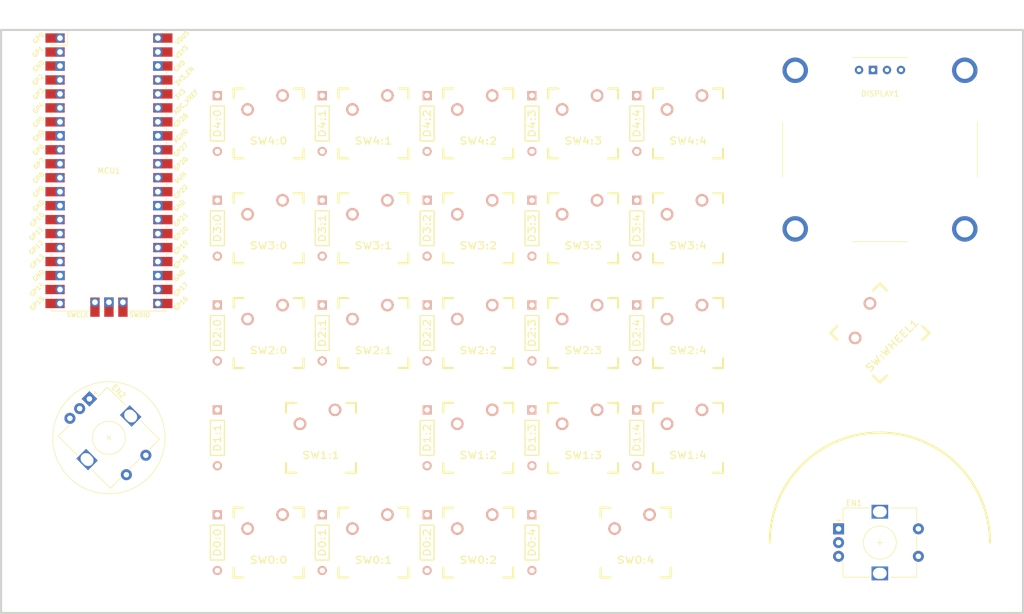
<source format=kicad_pcb>
(kicad_pcb (version 20171130) (host pcbnew "(5.1.10-1-10_14)")

  (general
    (thickness 1.6002)
    (drawings 6)
    (tracks 0)
    (zones 0)
    (modules 51)
    (nets 60)
  )

  (page A2)
  (title_block
    (date "3 aug 2012")
  )

  (layers
    (0 Front signal)
    (31 Back signal)
    (32 B.Adhes user)
    (33 F.Adhes user)
    (34 B.Paste user hide)
    (35 F.Paste user)
    (36 B.SilkS user)
    (37 F.SilkS user)
    (38 B.Mask user)
    (39 F.Mask user)
    (40 Dwgs.User user)
    (41 Cmts.User user)
    (42 Eco1.User user)
    (43 Eco2.User user)
    (44 Edge.Cuts user)
  )

  (setup
    (last_trace_width 0.762)
    (user_trace_width 0.254)
    (user_trace_width 0.3048)
    (user_trace_width 0.381)
    (user_trace_width 0.4572)
    (user_trace_width 0.6096)
    (user_trace_width 0.762)
    (trace_clearance 0.4826)
    (zone_clearance 0.508)
    (zone_45_only no)
    (trace_min 0.2032)
    (via_size 0.889)
    (via_drill 0.635)
    (via_min_size 0.889)
    (via_min_drill 0.508)
    (uvia_size 0.508)
    (uvia_drill 0.127)
    (uvias_allowed no)
    (uvia_min_size 0.508)
    (uvia_min_drill 0.127)
    (edge_width 0.381)
    (segment_width 0.1524)
    (pcb_text_width 0.3048)
    (pcb_text_size 1.524 2.032)
    (mod_edge_width 0.381)
    (mod_text_size 1.524 1.524)
    (mod_text_width 0.3048)
    (pad_size 3.9878 3.9878)
    (pad_drill 3.9878)
    (pad_to_mask_clearance 0.254)
    (aux_axis_origin 0 0)
    (grid_origin 517.05 128.98)
    (visible_elements FFFFF7FF)
    (pcbplotparams
      (layerselection 0x018f0_ffffffff)
      (usegerberextensions true)
      (usegerberattributes true)
      (usegerberadvancedattributes true)
      (creategerberjobfile true)
      (excludeedgelayer true)
      (linewidth 0.150000)
      (plotframeref false)
      (viasonmask false)
      (mode 1)
      (useauxorigin false)
      (hpglpennumber 1)
      (hpglpenspeed 20)
      (hpglpendiameter 100.000000)
      (psnegative false)
      (psa4output false)
      (plotreference true)
      (plotvalue true)
      (plotinvisibletext false)
      (padsonsilk false)
      (subtractmaskfromsilk false)
      (outputformat 1)
      (mirror false)
      (drillshape 0)
      (scaleselection 1)
      (outputdirectory "gerber/"))
  )

  (net 0 "")
  (net 1 /COL0)
  (net 2 /COL1)
  (net 3 /COL2)
  (net 4 /COL3)
  (net 5 /COL4)
  (net 6 /ROW0)
  (net 7 /ROW1)
  (net 8 /ROW2)
  (net 9 /ROW3)
  (net 10 /ROW4)
  (net 11 GND)
  (net 12 VCC)
  (net 13 "Net-(D0:0-Pad1)")
  (net 14 "Net-(D0:1-Pad1)")
  (net 15 "Net-(D0:2-Pad1)")
  (net 16 "Net-(D1:2-Pad1)")
  (net 17 "Net-(D1:3-Pad1)")
  (net 18 "Net-(D1:4-Pad1)")
  (net 19 "Net-(D2:0-Pad1)")
  (net 20 "Net-(D2:1-Pad1)")
  (net 21 "Net-(D2:2-Pad1)")
  (net 22 "Net-(D2:3-Pad1)")
  (net 23 "Net-(D2:4-Pad1)")
  (net 24 "Net-(D3:0-Pad1)")
  (net 25 "Net-(D3:1-Pad1)")
  (net 26 "Net-(D3:2-Pad1)")
  (net 27 "Net-(D3:3-Pad1)")
  (net 28 "Net-(D3:4-Pad1)")
  (net 29 "Net-(D4:0-Pad1)")
  (net 30 "Net-(D4:1-Pad1)")
  (net 31 "Net-(D4:2-Pad1)")
  (net 32 "Net-(D4:3-Pad1)")
  (net 33 "Net-(D4:4-Pad1)")
  (net 34 "Net-(D0:4-Pad1)")
  (net 35 "Net-(D1:1-Pad1)")
  (net 36 /EN1_A)
  (net 37 /EN1_B)
  (net 38 /EN2_A)
  (net 39 /EN2_B)
  (net 40 "Net-(MCU1-Pad43)")
  (net 41 "Net-(MCU1-Pad42)")
  (net 42 "Net-(MCU1-Pad41)")
  (net 43 /SW_WHEEL)
  (net 44 "Net-(MCU1-Pad29)")
  (net 45 "Net-(MCU1-Pad30)")
  (net 46 "Net-(MCU1-Pad34)")
  (net 47 "Net-(MCU1-Pad35)")
  (net 48 "Net-(MCU1-Pad37)")
  (net 49 "Net-(MCU1-Pad39)")
  (net 50 "Net-(MCU1-Pad40)")
  (net 51 "Net-(MCU1-Pad14)")
  (net 52 /SCL)
  (net 53 /SDA)
  (net 54 "Net-(MCU1-Pad10)")
  (net 55 "Net-(MCU1-Pad9)")
  (net 56 /EN1_SW)
  (net 57 /EN2_SW)
  (net 58 "Net-(MCU1-Pad2)")
  (net 59 "Net-(MCU1-Pad1)")

  (net_class Default "This is the default net class."
    (clearance 0.4826)
    (trace_width 0.762)
    (via_dia 0.889)
    (via_drill 0.635)
    (uvia_dia 0.508)
    (uvia_drill 0.127)
    (add_net /COL0)
    (add_net /COL1)
    (add_net /COL2)
    (add_net /COL3)
    (add_net /COL4)
    (add_net /EN1_A)
    (add_net /EN1_B)
    (add_net /EN1_SW)
    (add_net /EN2_A)
    (add_net /EN2_B)
    (add_net /EN2_SW)
    (add_net /ROW0)
    (add_net /ROW1)
    (add_net /ROW2)
    (add_net /ROW3)
    (add_net /ROW4)
    (add_net /SCL)
    (add_net /SDA)
    (add_net /SW_WHEEL)
    (add_net GND)
    (add_net "Net-(D0:0-Pad1)")
    (add_net "Net-(D0:1-Pad1)")
    (add_net "Net-(D0:2-Pad1)")
    (add_net "Net-(D0:4-Pad1)")
    (add_net "Net-(D1:1-Pad1)")
    (add_net "Net-(D1:2-Pad1)")
    (add_net "Net-(D1:3-Pad1)")
    (add_net "Net-(D1:4-Pad1)")
    (add_net "Net-(D2:0-Pad1)")
    (add_net "Net-(D2:1-Pad1)")
    (add_net "Net-(D2:2-Pad1)")
    (add_net "Net-(D2:3-Pad1)")
    (add_net "Net-(D2:4-Pad1)")
    (add_net "Net-(D3:0-Pad1)")
    (add_net "Net-(D3:1-Pad1)")
    (add_net "Net-(D3:2-Pad1)")
    (add_net "Net-(D3:3-Pad1)")
    (add_net "Net-(D3:4-Pad1)")
    (add_net "Net-(D4:0-Pad1)")
    (add_net "Net-(D4:1-Pad1)")
    (add_net "Net-(D4:2-Pad1)")
    (add_net "Net-(D4:3-Pad1)")
    (add_net "Net-(D4:4-Pad1)")
    (add_net "Net-(MCU1-Pad1)")
    (add_net "Net-(MCU1-Pad10)")
    (add_net "Net-(MCU1-Pad14)")
    (add_net "Net-(MCU1-Pad2)")
    (add_net "Net-(MCU1-Pad29)")
    (add_net "Net-(MCU1-Pad30)")
    (add_net "Net-(MCU1-Pad34)")
    (add_net "Net-(MCU1-Pad35)")
    (add_net "Net-(MCU1-Pad37)")
    (add_net "Net-(MCU1-Pad39)")
    (add_net "Net-(MCU1-Pad40)")
    (add_net "Net-(MCU1-Pad41)")
    (add_net "Net-(MCU1-Pad42)")
    (add_net "Net-(MCU1-Pad43)")
    (add_net "Net-(MCU1-Pad9)")
    (add_net VCC)
  )

  (net_class Thick ""
    (clearance 0.4826)
    (trace_width 2.032)
    (via_dia 0.889)
    (via_drill 0.635)
    (uvia_dia 0.508)
    (uvia_drill 0.127)
  )

  (module "user_footprints:4pin oled display 1,3" (layer Front) (tedit 61673B45) (tstamp 61689703)
    (at 491.08 44.75)
    (path /61691921)
    (fp_text reference DISPLAY1 (at 0 -10.16) (layer F.SilkS)
      (effects (font (size 1 1) (thickness 0.15)))
    )
    (fp_text value sh1106 (at 0 -0.5) (layer F.Fab)
      (effects (font (size 1 1) (thickness 0.15)))
    )
    (fp_line (start -5 16.75) (end 5 16.75) (layer F.SilkS) (width 0.12))
    (fp_line (start -5 -16.75) (end 5 -16.75) (layer F.SilkS) (width 0.12))
    (fp_line (start 17.7 5) (end 17.7 -5) (layer F.SilkS) (width 0.12))
    (fp_line (start -17.7 5) (end -17.7 -5) (layer F.SilkS) (width 0.12))
    (pad 2 thru_hole rect (at -1.27 -14.478) (size 1.524 1.524) (drill 0.762) (layers *.Cu *.Mask)
      (net 11 GND))
    (pad 3 thru_hole circle (at 1.27 -14.478) (size 1.524 1.524) (drill 0.762) (layers *.Cu *.Mask)
      (net 52 /SCL))
    (pad 4 thru_hole circle (at 3.81 -14.478) (size 1.524 1.524) (drill 0.762) (layers *.Cu *.Mask)
      (net 53 /SDA))
    (pad 1 thru_hole circle (at -3.81 -14.478) (size 1.524 1.524) (drill 0.762) (layers *.Cu *.Mask)
      (net 12 VCC))
    (pad "" np_thru_hole circle (at -15.4026 -14.417) (size 4.62 4.62) (drill 3.1) (layers *.Cu *.Mask))
    (pad "" np_thru_hole circle (at 15.4026 -14.417) (size 4.62 4.62) (drill 3.1) (layers *.Cu *.Mask))
    (pad "" np_thru_hole circle (at 15.4026 14.417) (size 4.62 4.62) (drill 3.1) (layers *.Cu *.Mask))
    (pad "" np_thru_hole circle (at -15.4026 14.417) (size 4.62 4.62) (drill 3.1) (layers *.Cu *.Mask))
  )

  (module Rotary_Encoder:RotaryEncoder_Alps_EC12E-Switch_Vertical_H20mm (layer Front) (tedit 5A64F492) (tstamp 6166C855)
    (at 347.45 90.075 315)
    (descr "Alps rotary encoder, EC12E... with switch, vertical shaft, http://www.alps.com/prod/info/E/HTML/Encoder/Incremental/EC12E/EC12E1240405.html & http://cdn-reichelt.de/documents/datenblatt/F100/402097STEC12E08.PDF")
    (tags "rotary encoder")
    (path /61700737)
    (fp_text reference EN2 (at 2.8 -4.7 135) (layer F.SilkS)
      (effects (font (size 1 1) (thickness 0.15)))
    )
    (fp_text value Rotary_Encoder_Switch (at 7.5 10.4 135) (layer F.Fab)
      (effects (font (size 1 1) (thickness 0.15)))
    )
    (fp_line (start 7 2.5) (end 8 2.5) (layer F.SilkS) (width 0.12))
    (fp_line (start 7.5 2) (end 7.5 3) (layer F.SilkS) (width 0.12))
    (fp_line (start 14.2 6.2) (end 14.2 8.8) (layer F.SilkS) (width 0.12))
    (fp_line (start 14.2 1.2) (end 14.2 3.8) (layer F.SilkS) (width 0.12))
    (fp_line (start 14.2 -3.8) (end 14.2 -1.2) (layer F.SilkS) (width 0.12))
    (fp_line (start 4.5 2.5) (end 10.5 2.5) (layer F.Fab) (width 0.12))
    (fp_line (start 7.5 -0.5) (end 7.5 5.5) (layer F.Fab) (width 0.12))
    (fp_line (start 0.3 -1.6) (end 0 -1.3) (layer F.SilkS) (width 0.12))
    (fp_line (start -0.3 -1.6) (end 0.3 -1.6) (layer F.SilkS) (width 0.12))
    (fp_line (start 0 -1.3) (end -0.3 -1.6) (layer F.SilkS) (width 0.12))
    (fp_line (start 0.8 -3.8) (end 0.8 -1.3) (layer F.SilkS) (width 0.12))
    (fp_line (start 5.6 -3.8) (end 0.8 -3.8) (layer F.SilkS) (width 0.12))
    (fp_line (start 0.8 8.8) (end 0.8 6) (layer F.SilkS) (width 0.12))
    (fp_line (start 5.7 8.8) (end 0.8 8.8) (layer F.SilkS) (width 0.12))
    (fp_line (start 14.2 8.8) (end 9.3 8.8) (layer F.SilkS) (width 0.12))
    (fp_line (start 9.3 -3.8) (end 14.2 -3.8) (layer F.SilkS) (width 0.12))
    (fp_line (start 0.9 -2.6) (end 1.9 -3.7) (layer F.Fab) (width 0.12))
    (fp_line (start 0.9 8.7) (end 0.9 -2.6) (layer F.Fab) (width 0.12))
    (fp_line (start 14.1 8.7) (end 0.9 8.7) (layer F.Fab) (width 0.12))
    (fp_line (start 14.1 -3.7) (end 14.1 8.7) (layer F.Fab) (width 0.12))
    (fp_line (start 1.9 -3.7) (end 14.1 -3.7) (layer F.Fab) (width 0.12))
    (fp_line (start -1.5 -4.85) (end 16 -4.85) (layer F.CrtYd) (width 0.05))
    (fp_line (start -1.5 -4.85) (end -1.5 9.85) (layer F.CrtYd) (width 0.05))
    (fp_line (start 16 9.85) (end 16 -4.85) (layer F.CrtYd) (width 0.05))
    (fp_line (start 16 9.85) (end -1.5 9.85) (layer F.CrtYd) (width 0.05))
    (fp_circle (center 7.5 2.5) (end 10.5 2.5) (layer F.SilkS) (width 0.12))
    (fp_circle (center 7.5 2.5) (end 10.5 2.5) (layer F.Fab) (width 0.12))
    (fp_text user %R (at 11.5 6.6 135) (layer F.Fab)
      (effects (font (size 1 1) (thickness 0.15)))
    )
    (pad A thru_hole rect (at 0 0 315) (size 2 2) (drill 1) (layers *.Cu *.Mask)
      (net 38 /EN2_A))
    (pad C thru_hole circle (at 0 2.5 315) (size 2 2) (drill 1) (layers *.Cu *.Mask)
      (net 11 GND))
    (pad B thru_hole circle (at 0 5 315) (size 2 2) (drill 1) (layers *.Cu *.Mask)
      (net 39 /EN2_B))
    (pad MP thru_hole rect (at 7.5 -3.1 315) (size 3 2.5) (drill oval 2.5 2) (layers *.Cu *.Mask))
    (pad MP thru_hole rect (at 7.5 8.1 315) (size 3 2.5) (drill oval 2.5 2) (layers *.Cu *.Mask))
    (pad S1 thru_hole circle (at 14.5 0 315) (size 2 2) (drill 1) (layers *.Cu *.Mask)
      (net 57 /EN2_SW))
    (pad S2 thru_hole circle (at 14.5 5 315) (size 2 2) (drill 1) (layers *.Cu *.Mask)
      (net 11 GND))
    (model ${KISYS3DMOD}/Rotary_Encoder.3dshapes/RotaryEncoder_Alps_EC12E-Switch_Vertical_H20mm.wrl
      (at (xyz 0 0 0))
      (scale (xyz 1 1 1))
      (rotate (xyz 0 0 0))
    )
  )

  (module Rotary_Encoder:RotaryEncoder_Alps_EC12E-Switch_Vertical_H20mm (layer Front) (tedit 5A64F492) (tstamp 616639EC)
    (at 483.55 113.7)
    (descr "Alps rotary encoder, EC12E... with switch, vertical shaft, http://www.alps.com/prod/info/E/HTML/Encoder/Incremental/EC12E/EC12E1240405.html & http://cdn-reichelt.de/documents/datenblatt/F100/402097STEC12E08.PDF")
    (tags "rotary encoder")
    (path /616FDD45)
    (fp_text reference EN1 (at 2.8 -4.7) (layer F.SilkS)
      (effects (font (size 1 1) (thickness 0.15)))
    )
    (fp_text value Rotary_Encoder_Switch (at 7.5 10.4) (layer F.Fab)
      (effects (font (size 1 1) (thickness 0.15)))
    )
    (fp_line (start 7 2.5) (end 8 2.5) (layer F.SilkS) (width 0.12))
    (fp_line (start 7.5 2) (end 7.5 3) (layer F.SilkS) (width 0.12))
    (fp_line (start 14.2 6.2) (end 14.2 8.8) (layer F.SilkS) (width 0.12))
    (fp_line (start 14.2 1.2) (end 14.2 3.8) (layer F.SilkS) (width 0.12))
    (fp_line (start 14.2 -3.8) (end 14.2 -1.2) (layer F.SilkS) (width 0.12))
    (fp_line (start 4.5 2.5) (end 10.5 2.5) (layer F.Fab) (width 0.12))
    (fp_line (start 7.5 -0.5) (end 7.5 5.5) (layer F.Fab) (width 0.12))
    (fp_line (start 0.3 -1.6) (end 0 -1.3) (layer F.SilkS) (width 0.12))
    (fp_line (start -0.3 -1.6) (end 0.3 -1.6) (layer F.SilkS) (width 0.12))
    (fp_line (start 0 -1.3) (end -0.3 -1.6) (layer F.SilkS) (width 0.12))
    (fp_line (start 0.8 -3.8) (end 0.8 -1.3) (layer F.SilkS) (width 0.12))
    (fp_line (start 5.6 -3.8) (end 0.8 -3.8) (layer F.SilkS) (width 0.12))
    (fp_line (start 0.8 8.8) (end 0.8 6) (layer F.SilkS) (width 0.12))
    (fp_line (start 5.7 8.8) (end 0.8 8.8) (layer F.SilkS) (width 0.12))
    (fp_line (start 14.2 8.8) (end 9.3 8.8) (layer F.SilkS) (width 0.12))
    (fp_line (start 9.3 -3.8) (end 14.2 -3.8) (layer F.SilkS) (width 0.12))
    (fp_line (start 0.9 -2.6) (end 1.9 -3.7) (layer F.Fab) (width 0.12))
    (fp_line (start 0.9 8.7) (end 0.9 -2.6) (layer F.Fab) (width 0.12))
    (fp_line (start 14.1 8.7) (end 0.9 8.7) (layer F.Fab) (width 0.12))
    (fp_line (start 14.1 -3.7) (end 14.1 8.7) (layer F.Fab) (width 0.12))
    (fp_line (start 1.9 -3.7) (end 14.1 -3.7) (layer F.Fab) (width 0.12))
    (fp_line (start -1.5 -4.85) (end 16 -4.85) (layer F.CrtYd) (width 0.05))
    (fp_line (start -1.5 -4.85) (end -1.5 9.85) (layer F.CrtYd) (width 0.05))
    (fp_line (start 16 9.85) (end 16 -4.85) (layer F.CrtYd) (width 0.05))
    (fp_line (start 16 9.85) (end -1.5 9.85) (layer F.CrtYd) (width 0.05))
    (fp_circle (center 7.5 2.5) (end 10.5 2.5) (layer F.SilkS) (width 0.12))
    (fp_circle (center 7.5 2.5) (end 10.5 2.5) (layer F.Fab) (width 0.12))
    (fp_text user %R (at 11.5 6.6) (layer F.Fab)
      (effects (font (size 1 1) (thickness 0.15)))
    )
    (pad A thru_hole rect (at 0 0) (size 2 2) (drill 1) (layers *.Cu *.Mask)
      (net 36 /EN1_A))
    (pad C thru_hole circle (at 0 2.5) (size 2 2) (drill 1) (layers *.Cu *.Mask)
      (net 11 GND))
    (pad B thru_hole circle (at 0 5) (size 2 2) (drill 1) (layers *.Cu *.Mask)
      (net 37 /EN1_B))
    (pad MP thru_hole rect (at 7.5 -3.1) (size 3 2.5) (drill oval 2.5 2) (layers *.Cu *.Mask))
    (pad MP thru_hole rect (at 7.5 8.1) (size 3 2.5) (drill oval 2.5 2) (layers *.Cu *.Mask))
    (pad S1 thru_hole circle (at 14.5 0) (size 2 2) (drill 1) (layers *.Cu *.Mask)
      (net 56 /EN1_SW))
    (pad S2 thru_hole circle (at 14.5 5) (size 2 2) (drill 1) (layers *.Cu *.Mask)
      (net 11 GND))
    (model ${KISYS3DMOD}/Rotary_Encoder.3dshapes/RotaryEncoder_Alps_EC12E-Switch_Vertical_H20mm.wrl
      (at (xyz 0 0 0))
      (scale (xyz 1 1 1))
      (rotate (xyz 0 0 0))
    )
  )

  (module footprints:CHERRY_PCB_100H (layer Front) (tedit 6166ED15) (tstamp 6166EB5A)
    (at 491.05 78.1 45)
    (path /61A3001E)
    (fp_text reference SW:WHEEL1 (at 0 3.175 45) (layer F.SilkS)
      (effects (font (size 1.27 1.524) (thickness 0.2032)))
    )
    (fp_text value "wheel switch" (at 0 5.08 45) (layer F.SilkS) hide
      (effects (font (size 1.27 1.524) (thickness 0.2032)))
    )
    (fp_line (start -6.985 6.985) (end -6.985 -6.985) (layer Eco2.User) (width 0.1524))
    (fp_line (start 6.985 6.985) (end -6.985 6.985) (layer Eco2.User) (width 0.1524))
    (fp_line (start 6.985 -6.985) (end 6.985 6.985) (layer Eco2.User) (width 0.1524))
    (fp_line (start -6.985 -6.985) (end 6.985 -6.985) (layer Eco2.User) (width 0.1524))
    (fp_line (start -6.35 -4.572) (end -6.35 -6.35) (layer F.SilkS) (width 0.381))
    (fp_line (start -6.35 6.35) (end -6.35 4.572) (layer F.SilkS) (width 0.381))
    (fp_line (start -4.572 6.35) (end -6.35 6.35) (layer F.SilkS) (width 0.381))
    (fp_line (start 6.35 6.35) (end 4.572 6.35) (layer F.SilkS) (width 0.381))
    (fp_line (start 6.35 4.572) (end 6.35 6.35) (layer F.SilkS) (width 0.381))
    (fp_line (start 6.35 -6.35) (end 6.35 -4.572) (layer F.SilkS) (width 0.381))
    (fp_line (start 4.572 -6.35) (end 6.35 -6.35) (layer F.SilkS) (width 0.381))
    (fp_line (start -6.35 -6.35) (end -4.572 -6.35) (layer F.SilkS) (width 0.381))
    (fp_line (start -9.398 9.398) (end -9.398 -9.398) (layer Dwgs.User) (width 0.1524))
    (fp_line (start 9.398 9.398) (end -9.398 9.398) (layer Dwgs.User) (width 0.1524))
    (fp_line (start 9.398 -9.398) (end 9.398 9.398) (layer Dwgs.User) (width 0.1524))
    (fp_line (start -9.398 -9.398) (end 9.398 -9.398) (layer Dwgs.User) (width 0.1524))
    (fp_line (start -6.35 6.35) (end -6.35 -6.35) (layer Cmts.User) (width 0.1524))
    (fp_line (start 6.35 6.35) (end -6.35 6.35) (layer Cmts.User) (width 0.1524))
    (fp_line (start 6.35 -6.35) (end 6.35 6.35) (layer Cmts.User) (width 0.1524))
    (fp_line (start -6.35 -6.35) (end 6.35 -6.35) (layer Cmts.User) (width 0.1524))
    (fp_text user 1.00u (at -5.715 8.255 45) (layer Dwgs.User)
      (effects (font (size 1.524 1.524) (thickness 0.3048)))
    )
    (pad HOLE np_thru_hole circle (at 5.08 0 45) (size 1.7018 1.7018) (drill 1.7018) (layers *.Cu))
    (pad HOLE np_thru_hole circle (at -5.08 0 45) (size 1.7018 1.7018) (drill 1.7018) (layers *.Cu))
    (pad "" np_thru_hole circle (at 0 0 45) (size 3.9878 3.9878) (drill 3.9878) (layers *.Cu))
    (pad 2 thru_hole circle (at -3.81 -2.54 45) (size 2.286 2.286) (drill 1.4986) (layers *.Cu *.SilkS *.Mask)
      (net 43 /SW_WHEEL))
    (pad 1 thru_hole circle (at 2.54 -5.08 45) (size 2.286 2.286) (drill 1.4986) (layers *.Cu *.SilkS *.Mask)
      (net 11 GND))
  )

  (module footprints:CHERRY_PCB_100H (layer Front) (tedit 0) (tstamp 61663DE2)
    (at 456.2 40)
    (path /4D92DF2F)
    (fp_text reference SW4:4 (at 0 3.175) (layer F.SilkS)
      (effects (font (size 1.27 1.524) (thickness 0.2032)))
    )
    (fp_text value 4 (at 0 5.08) (layer F.SilkS) hide
      (effects (font (size 1.27 1.524) (thickness 0.2032)))
    )
    (fp_line (start -6.985 6.985) (end -6.985 -6.985) (layer Eco2.User) (width 0.1524))
    (fp_line (start 6.985 6.985) (end -6.985 6.985) (layer Eco2.User) (width 0.1524))
    (fp_line (start 6.985 -6.985) (end 6.985 6.985) (layer Eco2.User) (width 0.1524))
    (fp_line (start -6.985 -6.985) (end 6.985 -6.985) (layer Eco2.User) (width 0.1524))
    (fp_line (start -6.35 -4.572) (end -6.35 -6.35) (layer F.SilkS) (width 0.381))
    (fp_line (start -6.35 6.35) (end -6.35 4.572) (layer F.SilkS) (width 0.381))
    (fp_line (start -4.572 6.35) (end -6.35 6.35) (layer F.SilkS) (width 0.381))
    (fp_line (start 6.35 6.35) (end 4.572 6.35) (layer F.SilkS) (width 0.381))
    (fp_line (start 6.35 4.572) (end 6.35 6.35) (layer F.SilkS) (width 0.381))
    (fp_line (start 6.35 -6.35) (end 6.35 -4.572) (layer F.SilkS) (width 0.381))
    (fp_line (start 4.572 -6.35) (end 6.35 -6.35) (layer F.SilkS) (width 0.381))
    (fp_line (start -6.35 -6.35) (end -4.572 -6.35) (layer F.SilkS) (width 0.381))
    (fp_line (start -9.398 9.398) (end -9.398 -9.398) (layer Dwgs.User) (width 0.1524))
    (fp_line (start 9.398 9.398) (end -9.398 9.398) (layer Dwgs.User) (width 0.1524))
    (fp_line (start 9.398 -9.398) (end 9.398 9.398) (layer Dwgs.User) (width 0.1524))
    (fp_line (start -9.398 -9.398) (end 9.398 -9.398) (layer Dwgs.User) (width 0.1524))
    (fp_line (start -6.35 6.35) (end -6.35 -6.35) (layer Cmts.User) (width 0.1524))
    (fp_line (start 6.35 6.35) (end -6.35 6.35) (layer Cmts.User) (width 0.1524))
    (fp_line (start 6.35 -6.35) (end 6.35 6.35) (layer Cmts.User) (width 0.1524))
    (fp_line (start -6.35 -6.35) (end 6.35 -6.35) (layer Cmts.User) (width 0.1524))
    (fp_text user 1.00u (at -5.715 8.255) (layer Dwgs.User)
      (effects (font (size 1.524 1.524) (thickness 0.3048)))
    )
    (pad HOLE np_thru_hole circle (at 5.08 0) (size 1.7018 1.7018) (drill 1.7018) (layers *.Cu))
    (pad HOLE np_thru_hole circle (at -5.08 0) (size 1.7018 1.7018) (drill 1.7018) (layers *.Cu))
    (pad HOLE np_thru_hole circle (at 0 0) (size 3.9878 3.9878) (drill 3.9878) (layers *.Cu))
    (pad 2 thru_hole circle (at -3.81 -2.54) (size 2.286 2.286) (drill 1.4986) (layers *.Cu *.SilkS *.Mask)
      (net 33 "Net-(D4:4-Pad1)"))
    (pad 1 thru_hole circle (at 2.54 -5.08) (size 2.286 2.286) (drill 1.4986) (layers *.Cu *.SilkS *.Mask)
      (net 10 /ROW4))
  )

  (module footprints:CHERRY_PCB_100H (layer Front) (tedit 0) (tstamp 61663DC4)
    (at 437.15 40)
    (path /4D92DF30)
    (fp_text reference SW4:3 (at 0 3.175) (layer F.SilkS)
      (effects (font (size 1.27 1.524) (thickness 0.2032)))
    )
    (fp_text value 3 (at 0 5.08) (layer F.SilkS) hide
      (effects (font (size 1.27 1.524) (thickness 0.2032)))
    )
    (fp_line (start -6.985 6.985) (end -6.985 -6.985) (layer Eco2.User) (width 0.1524))
    (fp_line (start 6.985 6.985) (end -6.985 6.985) (layer Eco2.User) (width 0.1524))
    (fp_line (start 6.985 -6.985) (end 6.985 6.985) (layer Eco2.User) (width 0.1524))
    (fp_line (start -6.985 -6.985) (end 6.985 -6.985) (layer Eco2.User) (width 0.1524))
    (fp_line (start -6.35 -4.572) (end -6.35 -6.35) (layer F.SilkS) (width 0.381))
    (fp_line (start -6.35 6.35) (end -6.35 4.572) (layer F.SilkS) (width 0.381))
    (fp_line (start -4.572 6.35) (end -6.35 6.35) (layer F.SilkS) (width 0.381))
    (fp_line (start 6.35 6.35) (end 4.572 6.35) (layer F.SilkS) (width 0.381))
    (fp_line (start 6.35 4.572) (end 6.35 6.35) (layer F.SilkS) (width 0.381))
    (fp_line (start 6.35 -6.35) (end 6.35 -4.572) (layer F.SilkS) (width 0.381))
    (fp_line (start 4.572 -6.35) (end 6.35 -6.35) (layer F.SilkS) (width 0.381))
    (fp_line (start -6.35 -6.35) (end -4.572 -6.35) (layer F.SilkS) (width 0.381))
    (fp_line (start -9.398 9.398) (end -9.398 -9.398) (layer Dwgs.User) (width 0.1524))
    (fp_line (start 9.398 9.398) (end -9.398 9.398) (layer Dwgs.User) (width 0.1524))
    (fp_line (start 9.398 -9.398) (end 9.398 9.398) (layer Dwgs.User) (width 0.1524))
    (fp_line (start -9.398 -9.398) (end 9.398 -9.398) (layer Dwgs.User) (width 0.1524))
    (fp_line (start -6.35 6.35) (end -6.35 -6.35) (layer Cmts.User) (width 0.1524))
    (fp_line (start 6.35 6.35) (end -6.35 6.35) (layer Cmts.User) (width 0.1524))
    (fp_line (start 6.35 -6.35) (end 6.35 6.35) (layer Cmts.User) (width 0.1524))
    (fp_line (start -6.35 -6.35) (end 6.35 -6.35) (layer Cmts.User) (width 0.1524))
    (fp_text user 1.00u (at -5.715 8.255) (layer Dwgs.User)
      (effects (font (size 1.524 1.524) (thickness 0.3048)))
    )
    (pad HOLE np_thru_hole circle (at 5.08 0) (size 1.7018 1.7018) (drill 1.7018) (layers *.Cu))
    (pad HOLE np_thru_hole circle (at -5.08 0) (size 1.7018 1.7018) (drill 1.7018) (layers *.Cu))
    (pad HOLE np_thru_hole circle (at 0 0) (size 3.9878 3.9878) (drill 3.9878) (layers *.Cu))
    (pad 2 thru_hole circle (at -3.81 -2.54) (size 2.286 2.286) (drill 1.4986) (layers *.Cu *.SilkS *.Mask)
      (net 32 "Net-(D4:3-Pad1)"))
    (pad 1 thru_hole circle (at 2.54 -5.08) (size 2.286 2.286) (drill 1.4986) (layers *.Cu *.SilkS *.Mask)
      (net 10 /ROW4))
  )

  (module footprints:CHERRY_PCB_100H (layer Front) (tedit 0) (tstamp 61663DA6)
    (at 418.1 40)
    (path /4D92DF18)
    (fp_text reference SW4:2 (at 0 3.175) (layer F.SilkS)
      (effects (font (size 1.27 1.524) (thickness 0.2032)))
    )
    (fp_text value 2 (at 0 5.08) (layer F.SilkS) hide
      (effects (font (size 1.27 1.524) (thickness 0.2032)))
    )
    (fp_line (start -6.985 6.985) (end -6.985 -6.985) (layer Eco2.User) (width 0.1524))
    (fp_line (start 6.985 6.985) (end -6.985 6.985) (layer Eco2.User) (width 0.1524))
    (fp_line (start 6.985 -6.985) (end 6.985 6.985) (layer Eco2.User) (width 0.1524))
    (fp_line (start -6.985 -6.985) (end 6.985 -6.985) (layer Eco2.User) (width 0.1524))
    (fp_line (start -6.35 -4.572) (end -6.35 -6.35) (layer F.SilkS) (width 0.381))
    (fp_line (start -6.35 6.35) (end -6.35 4.572) (layer F.SilkS) (width 0.381))
    (fp_line (start -4.572 6.35) (end -6.35 6.35) (layer F.SilkS) (width 0.381))
    (fp_line (start 6.35 6.35) (end 4.572 6.35) (layer F.SilkS) (width 0.381))
    (fp_line (start 6.35 4.572) (end 6.35 6.35) (layer F.SilkS) (width 0.381))
    (fp_line (start 6.35 -6.35) (end 6.35 -4.572) (layer F.SilkS) (width 0.381))
    (fp_line (start 4.572 -6.35) (end 6.35 -6.35) (layer F.SilkS) (width 0.381))
    (fp_line (start -6.35 -6.35) (end -4.572 -6.35) (layer F.SilkS) (width 0.381))
    (fp_line (start -9.398 9.398) (end -9.398 -9.398) (layer Dwgs.User) (width 0.1524))
    (fp_line (start 9.398 9.398) (end -9.398 9.398) (layer Dwgs.User) (width 0.1524))
    (fp_line (start 9.398 -9.398) (end 9.398 9.398) (layer Dwgs.User) (width 0.1524))
    (fp_line (start -9.398 -9.398) (end 9.398 -9.398) (layer Dwgs.User) (width 0.1524))
    (fp_line (start -6.35 6.35) (end -6.35 -6.35) (layer Cmts.User) (width 0.1524))
    (fp_line (start 6.35 6.35) (end -6.35 6.35) (layer Cmts.User) (width 0.1524))
    (fp_line (start 6.35 -6.35) (end 6.35 6.35) (layer Cmts.User) (width 0.1524))
    (fp_line (start -6.35 -6.35) (end 6.35 -6.35) (layer Cmts.User) (width 0.1524))
    (fp_text user 1.00u (at -5.715 8.255) (layer Dwgs.User)
      (effects (font (size 1.524 1.524) (thickness 0.3048)))
    )
    (pad HOLE np_thru_hole circle (at 5.08 0) (size 1.7018 1.7018) (drill 1.7018) (layers *.Cu))
    (pad HOLE np_thru_hole circle (at -5.08 0) (size 1.7018 1.7018) (drill 1.7018) (layers *.Cu))
    (pad HOLE np_thru_hole circle (at 0 0) (size 3.9878 3.9878) (drill 3.9878) (layers *.Cu))
    (pad 2 thru_hole circle (at -3.81 -2.54) (size 2.286 2.286) (drill 1.4986) (layers *.Cu *.SilkS *.Mask)
      (net 31 "Net-(D4:2-Pad1)"))
    (pad 1 thru_hole circle (at 2.54 -5.08) (size 2.286 2.286) (drill 1.4986) (layers *.Cu *.SilkS *.Mask)
      (net 10 /ROW4))
  )

  (module footprints:CHERRY_PCB_100H locked (layer Front) (tedit 0) (tstamp 616672F0)
    (at 399.05 40)
    (path /4D92DF15)
    (fp_text reference SW4:1 (at 0 3.175) (layer F.SilkS)
      (effects (font (size 1.27 1.524) (thickness 0.2032)))
    )
    (fp_text value 1 (at 0 5.08) (layer F.SilkS) hide
      (effects (font (size 1.27 1.524) (thickness 0.2032)))
    )
    (fp_line (start -6.985 6.985) (end -6.985 -6.985) (layer Eco2.User) (width 0.1524))
    (fp_line (start 6.985 6.985) (end -6.985 6.985) (layer Eco2.User) (width 0.1524))
    (fp_line (start 6.985 -6.985) (end 6.985 6.985) (layer Eco2.User) (width 0.1524))
    (fp_line (start -6.985 -6.985) (end 6.985 -6.985) (layer Eco2.User) (width 0.1524))
    (fp_line (start -6.35 -4.572) (end -6.35 -6.35) (layer F.SilkS) (width 0.381))
    (fp_line (start -6.35 6.35) (end -6.35 4.572) (layer F.SilkS) (width 0.381))
    (fp_line (start -4.572 6.35) (end -6.35 6.35) (layer F.SilkS) (width 0.381))
    (fp_line (start 6.35 6.35) (end 4.572 6.35) (layer F.SilkS) (width 0.381))
    (fp_line (start 6.35 4.572) (end 6.35 6.35) (layer F.SilkS) (width 0.381))
    (fp_line (start 6.35 -6.35) (end 6.35 -4.572) (layer F.SilkS) (width 0.381))
    (fp_line (start 4.572 -6.35) (end 6.35 -6.35) (layer F.SilkS) (width 0.381))
    (fp_line (start -6.35 -6.35) (end -4.572 -6.35) (layer F.SilkS) (width 0.381))
    (fp_line (start -9.398 9.398) (end -9.398 -9.398) (layer Dwgs.User) (width 0.1524))
    (fp_line (start 9.398 9.398) (end -9.398 9.398) (layer Dwgs.User) (width 0.1524))
    (fp_line (start 9.398 -9.398) (end 9.398 9.398) (layer Dwgs.User) (width 0.1524))
    (fp_line (start -9.398 -9.398) (end 9.398 -9.398) (layer Dwgs.User) (width 0.1524))
    (fp_line (start -6.35 6.35) (end -6.35 -6.35) (layer Cmts.User) (width 0.1524))
    (fp_line (start 6.35 6.35) (end -6.35 6.35) (layer Cmts.User) (width 0.1524))
    (fp_line (start 6.35 -6.35) (end 6.35 6.35) (layer Cmts.User) (width 0.1524))
    (fp_line (start -6.35 -6.35) (end 6.35 -6.35) (layer Cmts.User) (width 0.1524))
    (fp_text user 1.00u (at -5.715 8.255) (layer Dwgs.User)
      (effects (font (size 1.524 1.524) (thickness 0.3048)))
    )
    (pad HOLE np_thru_hole circle (at 5.08 0) (size 1.7018 1.7018) (drill 1.7018) (layers *.Cu))
    (pad HOLE np_thru_hole circle (at -5.08 0) (size 1.7018 1.7018) (drill 1.7018) (layers *.Cu))
    (pad HOLE np_thru_hole circle (at 0 0) (size 3.9878 3.9878) (drill 3.9878) (layers *.Cu))
    (pad 2 thru_hole circle (at -3.81 -2.54) (size 2.286 2.286) (drill 1.4986) (layers *.Cu *.SilkS *.Mask)
      (net 30 "Net-(D4:1-Pad1)"))
    (pad 1 thru_hole circle (at 2.54 -5.08) (size 2.286 2.286) (drill 1.4986) (layers *.Cu *.SilkS *.Mask)
      (net 10 /ROW4))
  )

  (module footprints:CHERRY_PCB_100H locked (layer Front) (tedit 0) (tstamp 61663D6A)
    (at 380 40)
    (path /4D92DF12)
    (fp_text reference SW4:0 (at 0 3.175) (layer F.SilkS)
      (effects (font (size 1.27 1.524) (thickness 0.2032)))
    )
    (fp_text value TILDE (at 0 5.08) (layer F.SilkS) hide
      (effects (font (size 1.27 1.524) (thickness 0.2032)))
    )
    (fp_line (start -6.985 6.985) (end -6.985 -6.985) (layer Eco2.User) (width 0.1524))
    (fp_line (start 6.985 6.985) (end -6.985 6.985) (layer Eco2.User) (width 0.1524))
    (fp_line (start 6.985 -6.985) (end 6.985 6.985) (layer Eco2.User) (width 0.1524))
    (fp_line (start -6.985 -6.985) (end 6.985 -6.985) (layer Eco2.User) (width 0.1524))
    (fp_line (start -6.35 -4.572) (end -6.35 -6.35) (layer F.SilkS) (width 0.381))
    (fp_line (start -6.35 6.35) (end -6.35 4.572) (layer F.SilkS) (width 0.381))
    (fp_line (start -4.572 6.35) (end -6.35 6.35) (layer F.SilkS) (width 0.381))
    (fp_line (start 6.35 6.35) (end 4.572 6.35) (layer F.SilkS) (width 0.381))
    (fp_line (start 6.35 4.572) (end 6.35 6.35) (layer F.SilkS) (width 0.381))
    (fp_line (start 6.35 -6.35) (end 6.35 -4.572) (layer F.SilkS) (width 0.381))
    (fp_line (start 4.572 -6.35) (end 6.35 -6.35) (layer F.SilkS) (width 0.381))
    (fp_line (start -6.35 -6.35) (end -4.572 -6.35) (layer F.SilkS) (width 0.381))
    (fp_line (start -9.398 9.398) (end -9.398 -9.398) (layer Dwgs.User) (width 0.1524))
    (fp_line (start 9.398 9.398) (end -9.398 9.398) (layer Dwgs.User) (width 0.1524))
    (fp_line (start 9.398 -9.398) (end 9.398 9.398) (layer Dwgs.User) (width 0.1524))
    (fp_line (start -9.398 -9.398) (end 9.398 -9.398) (layer Dwgs.User) (width 0.1524))
    (fp_line (start -6.35 6.35) (end -6.35 -6.35) (layer Cmts.User) (width 0.1524))
    (fp_line (start 6.35 6.35) (end -6.35 6.35) (layer Cmts.User) (width 0.1524))
    (fp_line (start 6.35 -6.35) (end 6.35 6.35) (layer Cmts.User) (width 0.1524))
    (fp_line (start -6.35 -6.35) (end 6.35 -6.35) (layer Cmts.User) (width 0.1524))
    (fp_text user 1.00u (at -5.715 8.255) (layer Dwgs.User)
      (effects (font (size 1.524 1.524) (thickness 0.3048)))
    )
    (pad HOLE np_thru_hole circle (at 5.08 0) (size 1.7018 1.7018) (drill 1.7018) (layers *.Cu))
    (pad HOLE np_thru_hole circle (at -5.08 0) (size 1.7018 1.7018) (drill 1.7018) (layers *.Cu))
    (pad HOLE np_thru_hole circle (at 0 0) (size 3.9878 3.9878) (drill 3.9878) (layers *.Cu))
    (pad 2 thru_hole circle (at -3.81 -2.54) (size 2.286 2.286) (drill 1.4986) (layers *.Cu *.SilkS *.Mask)
      (net 29 "Net-(D4:0-Pad1)"))
    (pad 1 thru_hole circle (at 2.54 -5.08) (size 2.286 2.286) (drill 1.4986) (layers *.Cu *.SilkS *.Mask)
      (net 10 /ROW4))
  )

  (module footprints:CHERRY_PCB_100H (layer Front) (tedit 0) (tstamp 61663D4C)
    (at 456.2 59.05)
    (path /4D92DF8F)
    (fp_text reference SW3:4 (at 0 3.175) (layer F.SilkS)
      (effects (font (size 1.27 1.524) (thickness 0.2032)))
    )
    (fp_text value R (at 0 5.08) (layer F.SilkS) hide
      (effects (font (size 1.27 1.524) (thickness 0.2032)))
    )
    (fp_line (start -6.35 -6.35) (end 6.35 -6.35) (layer Cmts.User) (width 0.1524))
    (fp_line (start 6.35 -6.35) (end 6.35 6.35) (layer Cmts.User) (width 0.1524))
    (fp_line (start 6.35 6.35) (end -6.35 6.35) (layer Cmts.User) (width 0.1524))
    (fp_line (start -6.35 6.35) (end -6.35 -6.35) (layer Cmts.User) (width 0.1524))
    (fp_line (start -9.398 -9.398) (end 9.398 -9.398) (layer Dwgs.User) (width 0.1524))
    (fp_line (start 9.398 -9.398) (end 9.398 9.398) (layer Dwgs.User) (width 0.1524))
    (fp_line (start 9.398 9.398) (end -9.398 9.398) (layer Dwgs.User) (width 0.1524))
    (fp_line (start -9.398 9.398) (end -9.398 -9.398) (layer Dwgs.User) (width 0.1524))
    (fp_line (start -6.35 -6.35) (end -4.572 -6.35) (layer F.SilkS) (width 0.381))
    (fp_line (start 4.572 -6.35) (end 6.35 -6.35) (layer F.SilkS) (width 0.381))
    (fp_line (start 6.35 -6.35) (end 6.35 -4.572) (layer F.SilkS) (width 0.381))
    (fp_line (start 6.35 4.572) (end 6.35 6.35) (layer F.SilkS) (width 0.381))
    (fp_line (start 6.35 6.35) (end 4.572 6.35) (layer F.SilkS) (width 0.381))
    (fp_line (start -4.572 6.35) (end -6.35 6.35) (layer F.SilkS) (width 0.381))
    (fp_line (start -6.35 6.35) (end -6.35 4.572) (layer F.SilkS) (width 0.381))
    (fp_line (start -6.35 -4.572) (end -6.35 -6.35) (layer F.SilkS) (width 0.381))
    (fp_line (start -6.985 -6.985) (end 6.985 -6.985) (layer Eco2.User) (width 0.1524))
    (fp_line (start 6.985 -6.985) (end 6.985 6.985) (layer Eco2.User) (width 0.1524))
    (fp_line (start 6.985 6.985) (end -6.985 6.985) (layer Eco2.User) (width 0.1524))
    (fp_line (start -6.985 6.985) (end -6.985 -6.985) (layer Eco2.User) (width 0.1524))
    (fp_text user 1.00u (at -5.715 8.255) (layer Dwgs.User)
      (effects (font (size 1.524 1.524) (thickness 0.3048)))
    )
    (pad 1 thru_hole circle (at 2.54 -5.08) (size 2.286 2.286) (drill 1.4986) (layers *.Cu *.SilkS *.Mask)
      (net 9 /ROW3))
    (pad 2 thru_hole circle (at -3.81 -2.54) (size 2.286 2.286) (drill 1.4986) (layers *.Cu *.SilkS *.Mask)
      (net 28 "Net-(D3:4-Pad1)"))
    (pad HOLE np_thru_hole circle (at 0 0) (size 3.9878 3.9878) (drill 3.9878) (layers *.Cu))
    (pad HOLE np_thru_hole circle (at -5.08 0) (size 1.7018 1.7018) (drill 1.7018) (layers *.Cu))
    (pad HOLE np_thru_hole circle (at 5.08 0) (size 1.7018 1.7018) (drill 1.7018) (layers *.Cu))
  )

  (module footprints:CHERRY_PCB_100H (layer Front) (tedit 0) (tstamp 61663D2E)
    (at 437.15 59.05)
    (path /4D92DF90)
    (fp_text reference SW3:3 (at 0 3.175) (layer F.SilkS)
      (effects (font (size 1.27 1.524) (thickness 0.2032)))
    )
    (fp_text value E (at 0 5.08) (layer F.SilkS) hide
      (effects (font (size 1.27 1.524) (thickness 0.2032)))
    )
    (fp_line (start -6.35 -6.35) (end 6.35 -6.35) (layer Cmts.User) (width 0.1524))
    (fp_line (start 6.35 -6.35) (end 6.35 6.35) (layer Cmts.User) (width 0.1524))
    (fp_line (start 6.35 6.35) (end -6.35 6.35) (layer Cmts.User) (width 0.1524))
    (fp_line (start -6.35 6.35) (end -6.35 -6.35) (layer Cmts.User) (width 0.1524))
    (fp_line (start -9.398 -9.398) (end 9.398 -9.398) (layer Dwgs.User) (width 0.1524))
    (fp_line (start 9.398 -9.398) (end 9.398 9.398) (layer Dwgs.User) (width 0.1524))
    (fp_line (start 9.398 9.398) (end -9.398 9.398) (layer Dwgs.User) (width 0.1524))
    (fp_line (start -9.398 9.398) (end -9.398 -9.398) (layer Dwgs.User) (width 0.1524))
    (fp_line (start -6.35 -6.35) (end -4.572 -6.35) (layer F.SilkS) (width 0.381))
    (fp_line (start 4.572 -6.35) (end 6.35 -6.35) (layer F.SilkS) (width 0.381))
    (fp_line (start 6.35 -6.35) (end 6.35 -4.572) (layer F.SilkS) (width 0.381))
    (fp_line (start 6.35 4.572) (end 6.35 6.35) (layer F.SilkS) (width 0.381))
    (fp_line (start 6.35 6.35) (end 4.572 6.35) (layer F.SilkS) (width 0.381))
    (fp_line (start -4.572 6.35) (end -6.35 6.35) (layer F.SilkS) (width 0.381))
    (fp_line (start -6.35 6.35) (end -6.35 4.572) (layer F.SilkS) (width 0.381))
    (fp_line (start -6.35 -4.572) (end -6.35 -6.35) (layer F.SilkS) (width 0.381))
    (fp_line (start -6.985 -6.985) (end 6.985 -6.985) (layer Eco2.User) (width 0.1524))
    (fp_line (start 6.985 -6.985) (end 6.985 6.985) (layer Eco2.User) (width 0.1524))
    (fp_line (start 6.985 6.985) (end -6.985 6.985) (layer Eco2.User) (width 0.1524))
    (fp_line (start -6.985 6.985) (end -6.985 -6.985) (layer Eco2.User) (width 0.1524))
    (fp_text user 1.00u (at -5.715 8.255) (layer Dwgs.User)
      (effects (font (size 1.524 1.524) (thickness 0.3048)))
    )
    (pad 1 thru_hole circle (at 2.54 -5.08) (size 2.286 2.286) (drill 1.4986) (layers *.Cu *.SilkS *.Mask)
      (net 9 /ROW3))
    (pad 2 thru_hole circle (at -3.81 -2.54) (size 2.286 2.286) (drill 1.4986) (layers *.Cu *.SilkS *.Mask)
      (net 27 "Net-(D3:3-Pad1)"))
    (pad HOLE np_thru_hole circle (at 0 0) (size 3.9878 3.9878) (drill 3.9878) (layers *.Cu))
    (pad HOLE np_thru_hole circle (at -5.08 0) (size 1.7018 1.7018) (drill 1.7018) (layers *.Cu))
    (pad HOLE np_thru_hole circle (at 5.08 0) (size 1.7018 1.7018) (drill 1.7018) (layers *.Cu))
  )

  (module footprints:CHERRY_PCB_100H locked (layer Front) (tedit 0) (tstamp 61663D10)
    (at 418.1 59.05)
    (path /4D92DF91)
    (fp_text reference SW3:2 (at 0 3.175) (layer F.SilkS)
      (effects (font (size 1.27 1.524) (thickness 0.2032)))
    )
    (fp_text value W (at 0 5.08) (layer F.SilkS) hide
      (effects (font (size 1.27 1.524) (thickness 0.2032)))
    )
    (fp_line (start -6.985 6.985) (end -6.985 -6.985) (layer Eco2.User) (width 0.1524))
    (fp_line (start 6.985 6.985) (end -6.985 6.985) (layer Eco2.User) (width 0.1524))
    (fp_line (start 6.985 -6.985) (end 6.985 6.985) (layer Eco2.User) (width 0.1524))
    (fp_line (start -6.985 -6.985) (end 6.985 -6.985) (layer Eco2.User) (width 0.1524))
    (fp_line (start -6.35 -4.572) (end -6.35 -6.35) (layer F.SilkS) (width 0.381))
    (fp_line (start -6.35 6.35) (end -6.35 4.572) (layer F.SilkS) (width 0.381))
    (fp_line (start -4.572 6.35) (end -6.35 6.35) (layer F.SilkS) (width 0.381))
    (fp_line (start 6.35 6.35) (end 4.572 6.35) (layer F.SilkS) (width 0.381))
    (fp_line (start 6.35 4.572) (end 6.35 6.35) (layer F.SilkS) (width 0.381))
    (fp_line (start 6.35 -6.35) (end 6.35 -4.572) (layer F.SilkS) (width 0.381))
    (fp_line (start 4.572 -6.35) (end 6.35 -6.35) (layer F.SilkS) (width 0.381))
    (fp_line (start -6.35 -6.35) (end -4.572 -6.35) (layer F.SilkS) (width 0.381))
    (fp_line (start -9.398 9.398) (end -9.398 -9.398) (layer Dwgs.User) (width 0.1524))
    (fp_line (start 9.398 9.398) (end -9.398 9.398) (layer Dwgs.User) (width 0.1524))
    (fp_line (start 9.398 -9.398) (end 9.398 9.398) (layer Dwgs.User) (width 0.1524))
    (fp_line (start -9.398 -9.398) (end 9.398 -9.398) (layer Dwgs.User) (width 0.1524))
    (fp_line (start -6.35 6.35) (end -6.35 -6.35) (layer Cmts.User) (width 0.1524))
    (fp_line (start 6.35 6.35) (end -6.35 6.35) (layer Cmts.User) (width 0.1524))
    (fp_line (start 6.35 -6.35) (end 6.35 6.35) (layer Cmts.User) (width 0.1524))
    (fp_line (start -6.35 -6.35) (end 6.35 -6.35) (layer Cmts.User) (width 0.1524))
    (fp_text user 1.00u (at -5.715 8.255) (layer Dwgs.User)
      (effects (font (size 1.524 1.524) (thickness 0.3048)))
    )
    (pad HOLE np_thru_hole circle (at 5.08 0) (size 1.7018 1.7018) (drill 1.7018) (layers *.Cu))
    (pad HOLE np_thru_hole circle (at -5.08 0) (size 1.7018 1.7018) (drill 1.7018) (layers *.Cu))
    (pad HOLE np_thru_hole circle (at 0 0) (size 3.9878 3.9878) (drill 3.9878) (layers *.Cu))
    (pad 2 thru_hole circle (at -3.81 -2.54) (size 2.286 2.286) (drill 1.4986) (layers *.Cu *.SilkS *.Mask)
      (net 26 "Net-(D3:2-Pad1)"))
    (pad 1 thru_hole circle (at 2.54 -5.08) (size 2.286 2.286) (drill 1.4986) (layers *.Cu *.SilkS *.Mask)
      (net 9 /ROW3))
  )

  (module footprints:CHERRY_PCB_100H locked (layer Front) (tedit 0) (tstamp 61663CF2)
    (at 399.05 59.05)
    (path /4D92DF92)
    (fp_text reference SW3:1 (at 0 3.175) (layer F.SilkS)
      (effects (font (size 1.27 1.524) (thickness 0.2032)))
    )
    (fp_text value Q (at 0 5.08) (layer F.SilkS) hide
      (effects (font (size 1.27 1.524) (thickness 0.2032)))
    )
    (fp_line (start -6.985 6.985) (end -6.985 -6.985) (layer Eco2.User) (width 0.1524))
    (fp_line (start 6.985 6.985) (end -6.985 6.985) (layer Eco2.User) (width 0.1524))
    (fp_line (start 6.985 -6.985) (end 6.985 6.985) (layer Eco2.User) (width 0.1524))
    (fp_line (start -6.985 -6.985) (end 6.985 -6.985) (layer Eco2.User) (width 0.1524))
    (fp_line (start -6.35 -4.572) (end -6.35 -6.35) (layer F.SilkS) (width 0.381))
    (fp_line (start -6.35 6.35) (end -6.35 4.572) (layer F.SilkS) (width 0.381))
    (fp_line (start -4.572 6.35) (end -6.35 6.35) (layer F.SilkS) (width 0.381))
    (fp_line (start 6.35 6.35) (end 4.572 6.35) (layer F.SilkS) (width 0.381))
    (fp_line (start 6.35 4.572) (end 6.35 6.35) (layer F.SilkS) (width 0.381))
    (fp_line (start 6.35 -6.35) (end 6.35 -4.572) (layer F.SilkS) (width 0.381))
    (fp_line (start 4.572 -6.35) (end 6.35 -6.35) (layer F.SilkS) (width 0.381))
    (fp_line (start -6.35 -6.35) (end -4.572 -6.35) (layer F.SilkS) (width 0.381))
    (fp_line (start -9.398 9.398) (end -9.398 -9.398) (layer Dwgs.User) (width 0.1524))
    (fp_line (start 9.398 9.398) (end -9.398 9.398) (layer Dwgs.User) (width 0.1524))
    (fp_line (start 9.398 -9.398) (end 9.398 9.398) (layer Dwgs.User) (width 0.1524))
    (fp_line (start -9.398 -9.398) (end 9.398 -9.398) (layer Dwgs.User) (width 0.1524))
    (fp_line (start -6.35 6.35) (end -6.35 -6.35) (layer Cmts.User) (width 0.1524))
    (fp_line (start 6.35 6.35) (end -6.35 6.35) (layer Cmts.User) (width 0.1524))
    (fp_line (start 6.35 -6.35) (end 6.35 6.35) (layer Cmts.User) (width 0.1524))
    (fp_line (start -6.35 -6.35) (end 6.35 -6.35) (layer Cmts.User) (width 0.1524))
    (fp_text user 1.00u (at -5.715 8.255) (layer Dwgs.User)
      (effects (font (size 1.524 1.524) (thickness 0.3048)))
    )
    (pad HOLE np_thru_hole circle (at 5.08 0) (size 1.7018 1.7018) (drill 1.7018) (layers *.Cu))
    (pad HOLE np_thru_hole circle (at -5.08 0) (size 1.7018 1.7018) (drill 1.7018) (layers *.Cu))
    (pad HOLE np_thru_hole circle (at 0 0) (size 3.9878 3.9878) (drill 3.9878) (layers *.Cu))
    (pad 2 thru_hole circle (at -3.81 -2.54) (size 2.286 2.286) (drill 1.4986) (layers *.Cu *.SilkS *.Mask)
      (net 25 "Net-(D3:1-Pad1)"))
    (pad 1 thru_hole circle (at 2.54 -5.08) (size 2.286 2.286) (drill 1.4986) (layers *.Cu *.SilkS *.Mask)
      (net 9 /ROW3))
  )

  (module footprints:CHERRY_PCB_100H locked (layer Front) (tedit 0) (tstamp 61663CD4)
    (at 380 59.05)
    (path /4D92DF93)
    (fp_text reference SW3:0 (at 0 3.175) (layer F.SilkS)
      (effects (font (size 1.27 1.524) (thickness 0.2032)))
    )
    (fp_text value TAB (at 0 5.08) (layer F.SilkS) hide
      (effects (font (size 1.27 1.524) (thickness 0.2032)))
    )
    (fp_line (start -6.985 6.985) (end -6.985 -6.985) (layer Eco2.User) (width 0.1524))
    (fp_line (start 6.985 6.985) (end -6.985 6.985) (layer Eco2.User) (width 0.1524))
    (fp_line (start 6.985 -6.985) (end 6.985 6.985) (layer Eco2.User) (width 0.1524))
    (fp_line (start -6.985 -6.985) (end 6.985 -6.985) (layer Eco2.User) (width 0.1524))
    (fp_line (start -6.35 -4.572) (end -6.35 -6.35) (layer F.SilkS) (width 0.381))
    (fp_line (start -6.35 6.35) (end -6.35 4.572) (layer F.SilkS) (width 0.381))
    (fp_line (start -4.572 6.35) (end -6.35 6.35) (layer F.SilkS) (width 0.381))
    (fp_line (start 6.35 6.35) (end 4.572 6.35) (layer F.SilkS) (width 0.381))
    (fp_line (start 6.35 4.572) (end 6.35 6.35) (layer F.SilkS) (width 0.381))
    (fp_line (start 6.35 -6.35) (end 6.35 -4.572) (layer F.SilkS) (width 0.381))
    (fp_line (start 4.572 -6.35) (end 6.35 -6.35) (layer F.SilkS) (width 0.381))
    (fp_line (start -6.35 -6.35) (end -4.572 -6.35) (layer F.SilkS) (width 0.381))
    (fp_line (start -9.398 9.398) (end -9.398 -9.398) (layer Dwgs.User) (width 0.1524))
    (fp_line (start 9.398 9.398) (end -9.398 9.398) (layer Dwgs.User) (width 0.1524))
    (fp_line (start 9.398 -9.398) (end 9.398 9.398) (layer Dwgs.User) (width 0.1524))
    (fp_line (start -9.398 -9.398) (end 9.398 -9.398) (layer Dwgs.User) (width 0.1524))
    (fp_line (start -6.35 6.35) (end -6.35 -6.35) (layer Cmts.User) (width 0.1524))
    (fp_line (start 6.35 6.35) (end -6.35 6.35) (layer Cmts.User) (width 0.1524))
    (fp_line (start 6.35 -6.35) (end 6.35 6.35) (layer Cmts.User) (width 0.1524))
    (fp_line (start -6.35 -6.35) (end 6.35 -6.35) (layer Cmts.User) (width 0.1524))
    (fp_text user 1.00u (at -5.715 8.255) (layer Dwgs.User)
      (effects (font (size 1.524 1.524) (thickness 0.3048)))
    )
    (pad HOLE np_thru_hole circle (at 5.08 0) (size 1.7018 1.7018) (drill 1.7018) (layers *.Cu))
    (pad HOLE np_thru_hole circle (at -5.08 0) (size 1.7018 1.7018) (drill 1.7018) (layers *.Cu))
    (pad HOLE np_thru_hole circle (at 0 0) (size 3.9878 3.9878) (drill 3.9878) (layers *.Cu))
    (pad 2 thru_hole circle (at -3.81 -2.54) (size 2.286 2.286) (drill 1.4986) (layers *.Cu *.SilkS *.Mask)
      (net 24 "Net-(D3:0-Pad1)"))
    (pad 1 thru_hole circle (at 2.54 -5.08) (size 2.286 2.286) (drill 1.4986) (layers *.Cu *.SilkS *.Mask)
      (net 9 /ROW3))
  )

  (module footprints:CHERRY_PCB_100H locked (layer Front) (tedit 0) (tstamp 61663CB6)
    (at 456.2 78.1)
    (path /4D92DFA2)
    (fp_text reference SW2:4 (at 0 3.175) (layer F.SilkS)
      (effects (font (size 1.27 1.524) (thickness 0.2032)))
    )
    (fp_text value F (at 0 5.08) (layer F.SilkS) hide
      (effects (font (size 1.27 1.524) (thickness 0.2032)))
    )
    (fp_line (start -6.985 6.985) (end -6.985 -6.985) (layer Eco2.User) (width 0.1524))
    (fp_line (start 6.985 6.985) (end -6.985 6.985) (layer Eco2.User) (width 0.1524))
    (fp_line (start 6.985 -6.985) (end 6.985 6.985) (layer Eco2.User) (width 0.1524))
    (fp_line (start -6.985 -6.985) (end 6.985 -6.985) (layer Eco2.User) (width 0.1524))
    (fp_line (start -6.35 -4.572) (end -6.35 -6.35) (layer F.SilkS) (width 0.381))
    (fp_line (start -6.35 6.35) (end -6.35 4.572) (layer F.SilkS) (width 0.381))
    (fp_line (start -4.572 6.35) (end -6.35 6.35) (layer F.SilkS) (width 0.381))
    (fp_line (start 6.35 6.35) (end 4.572 6.35) (layer F.SilkS) (width 0.381))
    (fp_line (start 6.35 4.572) (end 6.35 6.35) (layer F.SilkS) (width 0.381))
    (fp_line (start 6.35 -6.35) (end 6.35 -4.572) (layer F.SilkS) (width 0.381))
    (fp_line (start 4.572 -6.35) (end 6.35 -6.35) (layer F.SilkS) (width 0.381))
    (fp_line (start -6.35 -6.35) (end -4.572 -6.35) (layer F.SilkS) (width 0.381))
    (fp_line (start -9.398 9.398) (end -9.398 -9.398) (layer Dwgs.User) (width 0.1524))
    (fp_line (start 9.398 9.398) (end -9.398 9.398) (layer Dwgs.User) (width 0.1524))
    (fp_line (start 9.398 -9.398) (end 9.398 9.398) (layer Dwgs.User) (width 0.1524))
    (fp_line (start -9.398 -9.398) (end 9.398 -9.398) (layer Dwgs.User) (width 0.1524))
    (fp_line (start -6.35 6.35) (end -6.35 -6.35) (layer Cmts.User) (width 0.1524))
    (fp_line (start 6.35 6.35) (end -6.35 6.35) (layer Cmts.User) (width 0.1524))
    (fp_line (start 6.35 -6.35) (end 6.35 6.35) (layer Cmts.User) (width 0.1524))
    (fp_line (start -6.35 -6.35) (end 6.35 -6.35) (layer Cmts.User) (width 0.1524))
    (fp_text user 1.00u (at -5.715 8.255) (layer Dwgs.User)
      (effects (font (size 1.524 1.524) (thickness 0.3048)))
    )
    (pad HOLE np_thru_hole circle (at 5.08 0) (size 1.7018 1.7018) (drill 1.7018) (layers *.Cu))
    (pad HOLE np_thru_hole circle (at -5.08 0) (size 1.7018 1.7018) (drill 1.7018) (layers *.Cu))
    (pad HOLE np_thru_hole circle (at 0 0) (size 3.9878 3.9878) (drill 3.9878) (layers *.Cu))
    (pad 2 thru_hole circle (at -3.81 -2.54) (size 2.286 2.286) (drill 1.4986) (layers *.Cu *.SilkS *.Mask)
      (net 23 "Net-(D2:4-Pad1)"))
    (pad 1 thru_hole circle (at 2.54 -5.08) (size 2.286 2.286) (drill 1.4986) (layers *.Cu *.SilkS *.Mask)
      (net 8 /ROW2))
  )

  (module footprints:CHERRY_PCB_100H locked (layer Front) (tedit 0) (tstamp 61663C98)
    (at 437.15 78.1)
    (path /4D92DFA3)
    (fp_text reference SW2:3 (at 0 3.175) (layer F.SilkS)
      (effects (font (size 1.27 1.524) (thickness 0.2032)))
    )
    (fp_text value D (at 0 5.08) (layer F.SilkS) hide
      (effects (font (size 1.27 1.524) (thickness 0.2032)))
    )
    (fp_line (start -6.985 6.985) (end -6.985 -6.985) (layer Eco2.User) (width 0.1524))
    (fp_line (start 6.985 6.985) (end -6.985 6.985) (layer Eco2.User) (width 0.1524))
    (fp_line (start 6.985 -6.985) (end 6.985 6.985) (layer Eco2.User) (width 0.1524))
    (fp_line (start -6.985 -6.985) (end 6.985 -6.985) (layer Eco2.User) (width 0.1524))
    (fp_line (start -6.35 -4.572) (end -6.35 -6.35) (layer F.SilkS) (width 0.381))
    (fp_line (start -6.35 6.35) (end -6.35 4.572) (layer F.SilkS) (width 0.381))
    (fp_line (start -4.572 6.35) (end -6.35 6.35) (layer F.SilkS) (width 0.381))
    (fp_line (start 6.35 6.35) (end 4.572 6.35) (layer F.SilkS) (width 0.381))
    (fp_line (start 6.35 4.572) (end 6.35 6.35) (layer F.SilkS) (width 0.381))
    (fp_line (start 6.35 -6.35) (end 6.35 -4.572) (layer F.SilkS) (width 0.381))
    (fp_line (start 4.572 -6.35) (end 6.35 -6.35) (layer F.SilkS) (width 0.381))
    (fp_line (start -6.35 -6.35) (end -4.572 -6.35) (layer F.SilkS) (width 0.381))
    (fp_line (start -9.398 9.398) (end -9.398 -9.398) (layer Dwgs.User) (width 0.1524))
    (fp_line (start 9.398 9.398) (end -9.398 9.398) (layer Dwgs.User) (width 0.1524))
    (fp_line (start 9.398 -9.398) (end 9.398 9.398) (layer Dwgs.User) (width 0.1524))
    (fp_line (start -9.398 -9.398) (end 9.398 -9.398) (layer Dwgs.User) (width 0.1524))
    (fp_line (start -6.35 6.35) (end -6.35 -6.35) (layer Cmts.User) (width 0.1524))
    (fp_line (start 6.35 6.35) (end -6.35 6.35) (layer Cmts.User) (width 0.1524))
    (fp_line (start 6.35 -6.35) (end 6.35 6.35) (layer Cmts.User) (width 0.1524))
    (fp_line (start -6.35 -6.35) (end 6.35 -6.35) (layer Cmts.User) (width 0.1524))
    (fp_text user 1.00u (at -5.715 8.255) (layer Dwgs.User)
      (effects (font (size 1.524 1.524) (thickness 0.3048)))
    )
    (pad HOLE np_thru_hole circle (at 5.08 0) (size 1.7018 1.7018) (drill 1.7018) (layers *.Cu))
    (pad HOLE np_thru_hole circle (at -5.08 0) (size 1.7018 1.7018) (drill 1.7018) (layers *.Cu))
    (pad HOLE np_thru_hole circle (at 0 0) (size 3.9878 3.9878) (drill 3.9878) (layers *.Cu))
    (pad 2 thru_hole circle (at -3.81 -2.54) (size 2.286 2.286) (drill 1.4986) (layers *.Cu *.SilkS *.Mask)
      (net 22 "Net-(D2:3-Pad1)"))
    (pad 1 thru_hole circle (at 2.54 -5.08) (size 2.286 2.286) (drill 1.4986) (layers *.Cu *.SilkS *.Mask)
      (net 8 /ROW2))
  )

  (module footprints:CHERRY_PCB_100H locked (layer Front) (tedit 0) (tstamp 61663C7A)
    (at 418.1 78.1)
    (path /4D92DFA4)
    (fp_text reference SW2:2 (at 0 3.175) (layer F.SilkS)
      (effects (font (size 1.27 1.524) (thickness 0.2032)))
    )
    (fp_text value S (at 0 5.08) (layer F.SilkS) hide
      (effects (font (size 1.27 1.524) (thickness 0.2032)))
    )
    (fp_line (start -6.985 6.985) (end -6.985 -6.985) (layer Eco2.User) (width 0.1524))
    (fp_line (start 6.985 6.985) (end -6.985 6.985) (layer Eco2.User) (width 0.1524))
    (fp_line (start 6.985 -6.985) (end 6.985 6.985) (layer Eco2.User) (width 0.1524))
    (fp_line (start -6.985 -6.985) (end 6.985 -6.985) (layer Eco2.User) (width 0.1524))
    (fp_line (start -6.35 -4.572) (end -6.35 -6.35) (layer F.SilkS) (width 0.381))
    (fp_line (start -6.35 6.35) (end -6.35 4.572) (layer F.SilkS) (width 0.381))
    (fp_line (start -4.572 6.35) (end -6.35 6.35) (layer F.SilkS) (width 0.381))
    (fp_line (start 6.35 6.35) (end 4.572 6.35) (layer F.SilkS) (width 0.381))
    (fp_line (start 6.35 4.572) (end 6.35 6.35) (layer F.SilkS) (width 0.381))
    (fp_line (start 6.35 -6.35) (end 6.35 -4.572) (layer F.SilkS) (width 0.381))
    (fp_line (start 4.572 -6.35) (end 6.35 -6.35) (layer F.SilkS) (width 0.381))
    (fp_line (start -6.35 -6.35) (end -4.572 -6.35) (layer F.SilkS) (width 0.381))
    (fp_line (start -9.398 9.398) (end -9.398 -9.398) (layer Dwgs.User) (width 0.1524))
    (fp_line (start 9.398 9.398) (end -9.398 9.398) (layer Dwgs.User) (width 0.1524))
    (fp_line (start 9.398 -9.398) (end 9.398 9.398) (layer Dwgs.User) (width 0.1524))
    (fp_line (start -9.398 -9.398) (end 9.398 -9.398) (layer Dwgs.User) (width 0.1524))
    (fp_line (start -6.35 6.35) (end -6.35 -6.35) (layer Cmts.User) (width 0.1524))
    (fp_line (start 6.35 6.35) (end -6.35 6.35) (layer Cmts.User) (width 0.1524))
    (fp_line (start 6.35 -6.35) (end 6.35 6.35) (layer Cmts.User) (width 0.1524))
    (fp_line (start -6.35 -6.35) (end 6.35 -6.35) (layer Cmts.User) (width 0.1524))
    (fp_text user 1.00u (at -5.715 8.255) (layer Dwgs.User)
      (effects (font (size 1.524 1.524) (thickness 0.3048)))
    )
    (pad HOLE np_thru_hole circle (at 5.08 0) (size 1.7018 1.7018) (drill 1.7018) (layers *.Cu))
    (pad HOLE np_thru_hole circle (at -5.08 0) (size 1.7018 1.7018) (drill 1.7018) (layers *.Cu))
    (pad HOLE np_thru_hole circle (at 0 0) (size 3.9878 3.9878) (drill 3.9878) (layers *.Cu))
    (pad 2 thru_hole circle (at -3.81 -2.54) (size 2.286 2.286) (drill 1.4986) (layers *.Cu *.SilkS *.Mask)
      (net 21 "Net-(D2:2-Pad1)"))
    (pad 1 thru_hole circle (at 2.54 -5.08) (size 2.286 2.286) (drill 1.4986) (layers *.Cu *.SilkS *.Mask)
      (net 8 /ROW2))
  )

  (module footprints:CHERRY_PCB_100H locked (layer Front) (tedit 0) (tstamp 61667B4A)
    (at 399.05 78.1)
    (path /4D92DFA5)
    (fp_text reference SW2:1 (at 0 3.175) (layer F.SilkS)
      (effects (font (size 1.27 1.524) (thickness 0.2032)))
    )
    (fp_text value A (at 0 5.08) (layer F.SilkS) hide
      (effects (font (size 1.27 1.524) (thickness 0.2032)))
    )
    (fp_line (start -6.985 6.985) (end -6.985 -6.985) (layer Eco2.User) (width 0.1524))
    (fp_line (start 6.985 6.985) (end -6.985 6.985) (layer Eco2.User) (width 0.1524))
    (fp_line (start 6.985 -6.985) (end 6.985 6.985) (layer Eco2.User) (width 0.1524))
    (fp_line (start -6.985 -6.985) (end 6.985 -6.985) (layer Eco2.User) (width 0.1524))
    (fp_line (start -6.35 -4.572) (end -6.35 -6.35) (layer F.SilkS) (width 0.381))
    (fp_line (start -6.35 6.35) (end -6.35 4.572) (layer F.SilkS) (width 0.381))
    (fp_line (start -4.572 6.35) (end -6.35 6.35) (layer F.SilkS) (width 0.381))
    (fp_line (start 6.35 6.35) (end 4.572 6.35) (layer F.SilkS) (width 0.381))
    (fp_line (start 6.35 4.572) (end 6.35 6.35) (layer F.SilkS) (width 0.381))
    (fp_line (start 6.35 -6.35) (end 6.35 -4.572) (layer F.SilkS) (width 0.381))
    (fp_line (start 4.572 -6.35) (end 6.35 -6.35) (layer F.SilkS) (width 0.381))
    (fp_line (start -6.35 -6.35) (end -4.572 -6.35) (layer F.SilkS) (width 0.381))
    (fp_line (start -9.398 9.398) (end -9.398 -9.398) (layer Dwgs.User) (width 0.1524))
    (fp_line (start 9.398 9.398) (end -9.398 9.398) (layer Dwgs.User) (width 0.1524))
    (fp_line (start 9.398 -9.398) (end 9.398 9.398) (layer Dwgs.User) (width 0.1524))
    (fp_line (start -9.398 -9.398) (end 9.398 -9.398) (layer Dwgs.User) (width 0.1524))
    (fp_line (start -6.35 6.35) (end -6.35 -6.35) (layer Cmts.User) (width 0.1524))
    (fp_line (start 6.35 6.35) (end -6.35 6.35) (layer Cmts.User) (width 0.1524))
    (fp_line (start 6.35 -6.35) (end 6.35 6.35) (layer Cmts.User) (width 0.1524))
    (fp_line (start -6.35 -6.35) (end 6.35 -6.35) (layer Cmts.User) (width 0.1524))
    (fp_text user 1.00u (at -5.715 8.255) (layer Dwgs.User)
      (effects (font (size 1.524 1.524) (thickness 0.3048)))
    )
    (pad HOLE np_thru_hole circle (at 5.08 0) (size 1.7018 1.7018) (drill 1.7018) (layers *.Cu))
    (pad HOLE np_thru_hole circle (at -5.08 0) (size 1.7018 1.7018) (drill 1.7018) (layers *.Cu))
    (pad HOLE np_thru_hole circle (at 0 0) (size 3.9878 3.9878) (drill 3.9878) (layers *.Cu))
    (pad 2 thru_hole circle (at -3.81 -2.54) (size 2.286 2.286) (drill 1.4986) (layers *.Cu *.SilkS *.Mask)
      (net 20 "Net-(D2:1-Pad1)"))
    (pad 1 thru_hole circle (at 2.54 -5.08) (size 2.286 2.286) (drill 1.4986) (layers *.Cu *.SilkS *.Mask)
      (net 8 /ROW2))
  )

  (module footprints:CHERRY_PCB_100H locked (layer Front) (tedit 0) (tstamp 61663C3E)
    (at 380 78.1)
    (path /4D92DFA6)
    (fp_text reference SW2:0 (at 0 3.175) (layer F.SilkS)
      (effects (font (size 1.27 1.524) (thickness 0.2032)))
    )
    (fp_text value CAPS (at 0 5.08) (layer F.SilkS) hide
      (effects (font (size 1.27 1.524) (thickness 0.2032)))
    )
    (fp_line (start -6.985 6.985) (end -6.985 -6.985) (layer Eco2.User) (width 0.1524))
    (fp_line (start 6.985 6.985) (end -6.985 6.985) (layer Eco2.User) (width 0.1524))
    (fp_line (start 6.985 -6.985) (end 6.985 6.985) (layer Eco2.User) (width 0.1524))
    (fp_line (start -6.985 -6.985) (end 6.985 -6.985) (layer Eco2.User) (width 0.1524))
    (fp_line (start -6.35 -4.572) (end -6.35 -6.35) (layer F.SilkS) (width 0.381))
    (fp_line (start -6.35 6.35) (end -6.35 4.572) (layer F.SilkS) (width 0.381))
    (fp_line (start -4.572 6.35) (end -6.35 6.35) (layer F.SilkS) (width 0.381))
    (fp_line (start 6.35 6.35) (end 4.572 6.35) (layer F.SilkS) (width 0.381))
    (fp_line (start 6.35 4.572) (end 6.35 6.35) (layer F.SilkS) (width 0.381))
    (fp_line (start 6.35 -6.35) (end 6.35 -4.572) (layer F.SilkS) (width 0.381))
    (fp_line (start 4.572 -6.35) (end 6.35 -6.35) (layer F.SilkS) (width 0.381))
    (fp_line (start -6.35 -6.35) (end -4.572 -6.35) (layer F.SilkS) (width 0.381))
    (fp_line (start -9.398 9.398) (end -9.398 -9.398) (layer Dwgs.User) (width 0.1524))
    (fp_line (start 9.398 9.398) (end -9.398 9.398) (layer Dwgs.User) (width 0.1524))
    (fp_line (start 9.398 -9.398) (end 9.398 9.398) (layer Dwgs.User) (width 0.1524))
    (fp_line (start -9.398 -9.398) (end 9.398 -9.398) (layer Dwgs.User) (width 0.1524))
    (fp_line (start -6.35 6.35) (end -6.35 -6.35) (layer Cmts.User) (width 0.1524))
    (fp_line (start 6.35 6.35) (end -6.35 6.35) (layer Cmts.User) (width 0.1524))
    (fp_line (start 6.35 -6.35) (end 6.35 6.35) (layer Cmts.User) (width 0.1524))
    (fp_line (start -6.35 -6.35) (end 6.35 -6.35) (layer Cmts.User) (width 0.1524))
    (fp_text user 1.00u (at -5.715 8.255) (layer Dwgs.User)
      (effects (font (size 1.524 1.524) (thickness 0.3048)))
    )
    (pad HOLE np_thru_hole circle (at 5.08 0) (size 1.7018 1.7018) (drill 1.7018) (layers *.Cu))
    (pad HOLE np_thru_hole circle (at -5.08 0) (size 1.7018 1.7018) (drill 1.7018) (layers *.Cu))
    (pad HOLE np_thru_hole circle (at 0 0) (size 3.9878 3.9878) (drill 3.9878) (layers *.Cu))
    (pad 2 thru_hole circle (at -3.81 -2.54) (size 2.286 2.286) (drill 1.4986) (layers *.Cu *.SilkS *.Mask)
      (net 19 "Net-(D2:0-Pad1)"))
    (pad 1 thru_hole circle (at 2.54 -5.08) (size 2.286 2.286) (drill 1.4986) (layers *.Cu *.SilkS *.Mask)
      (net 8 /ROW2))
  )

  (module footprints:CHERRY_PCB_100H locked (layer Front) (tedit 0) (tstamp 61663C20)
    (at 456.2 97.15)
    (path /4D92DF9D)
    (fp_text reference SW1:4 (at 0 3.175) (layer F.SilkS)
      (effects (font (size 1.27 1.524) (thickness 0.2032)))
    )
    (fp_text value C (at 0 5.08) (layer F.SilkS) hide
      (effects (font (size 1.27 1.524) (thickness 0.2032)))
    )
    (fp_line (start -6.985 6.985) (end -6.985 -6.985) (layer Eco2.User) (width 0.1524))
    (fp_line (start 6.985 6.985) (end -6.985 6.985) (layer Eco2.User) (width 0.1524))
    (fp_line (start 6.985 -6.985) (end 6.985 6.985) (layer Eco2.User) (width 0.1524))
    (fp_line (start -6.985 -6.985) (end 6.985 -6.985) (layer Eco2.User) (width 0.1524))
    (fp_line (start -6.35 -4.572) (end -6.35 -6.35) (layer F.SilkS) (width 0.381))
    (fp_line (start -6.35 6.35) (end -6.35 4.572) (layer F.SilkS) (width 0.381))
    (fp_line (start -4.572 6.35) (end -6.35 6.35) (layer F.SilkS) (width 0.381))
    (fp_line (start 6.35 6.35) (end 4.572 6.35) (layer F.SilkS) (width 0.381))
    (fp_line (start 6.35 4.572) (end 6.35 6.35) (layer F.SilkS) (width 0.381))
    (fp_line (start 6.35 -6.35) (end 6.35 -4.572) (layer F.SilkS) (width 0.381))
    (fp_line (start 4.572 -6.35) (end 6.35 -6.35) (layer F.SilkS) (width 0.381))
    (fp_line (start -6.35 -6.35) (end -4.572 -6.35) (layer F.SilkS) (width 0.381))
    (fp_line (start -9.398 9.398) (end -9.398 -9.398) (layer Dwgs.User) (width 0.1524))
    (fp_line (start 9.398 9.398) (end -9.398 9.398) (layer Dwgs.User) (width 0.1524))
    (fp_line (start 9.398 -9.398) (end 9.398 9.398) (layer Dwgs.User) (width 0.1524))
    (fp_line (start -9.398 -9.398) (end 9.398 -9.398) (layer Dwgs.User) (width 0.1524))
    (fp_line (start -6.35 6.35) (end -6.35 -6.35) (layer Cmts.User) (width 0.1524))
    (fp_line (start 6.35 6.35) (end -6.35 6.35) (layer Cmts.User) (width 0.1524))
    (fp_line (start 6.35 -6.35) (end 6.35 6.35) (layer Cmts.User) (width 0.1524))
    (fp_line (start -6.35 -6.35) (end 6.35 -6.35) (layer Cmts.User) (width 0.1524))
    (fp_text user 1.00u (at -5.715 8.255) (layer Dwgs.User)
      (effects (font (size 1.524 1.524) (thickness 0.3048)))
    )
    (pad HOLE np_thru_hole circle (at 5.08 0) (size 1.7018 1.7018) (drill 1.7018) (layers *.Cu))
    (pad HOLE np_thru_hole circle (at -5.08 0) (size 1.7018 1.7018) (drill 1.7018) (layers *.Cu))
    (pad HOLE np_thru_hole circle (at 0 0) (size 3.9878 3.9878) (drill 3.9878) (layers *.Cu))
    (pad 2 thru_hole circle (at -3.81 -2.54) (size 2.286 2.286) (drill 1.4986) (layers *.Cu *.SilkS *.Mask)
      (net 18 "Net-(D1:4-Pad1)"))
    (pad 1 thru_hole circle (at 2.54 -5.08) (size 2.286 2.286) (drill 1.4986) (layers *.Cu *.SilkS *.Mask)
      (net 7 /ROW1))
  )

  (module footprints:CHERRY_PCB_100H locked (layer Front) (tedit 0) (tstamp 61663C02)
    (at 437.15 97.15)
    (path /4D92DF9C)
    (fp_text reference SW1:3 (at 0 3.175) (layer F.SilkS)
      (effects (font (size 1.27 1.524) (thickness 0.2032)))
    )
    (fp_text value X (at 0 5.08) (layer F.SilkS) hide
      (effects (font (size 1.27 1.524) (thickness 0.2032)))
    )
    (fp_line (start -6.985 6.985) (end -6.985 -6.985) (layer Eco2.User) (width 0.1524))
    (fp_line (start 6.985 6.985) (end -6.985 6.985) (layer Eco2.User) (width 0.1524))
    (fp_line (start 6.985 -6.985) (end 6.985 6.985) (layer Eco2.User) (width 0.1524))
    (fp_line (start -6.985 -6.985) (end 6.985 -6.985) (layer Eco2.User) (width 0.1524))
    (fp_line (start -6.35 -4.572) (end -6.35 -6.35) (layer F.SilkS) (width 0.381))
    (fp_line (start -6.35 6.35) (end -6.35 4.572) (layer F.SilkS) (width 0.381))
    (fp_line (start -4.572 6.35) (end -6.35 6.35) (layer F.SilkS) (width 0.381))
    (fp_line (start 6.35 6.35) (end 4.572 6.35) (layer F.SilkS) (width 0.381))
    (fp_line (start 6.35 4.572) (end 6.35 6.35) (layer F.SilkS) (width 0.381))
    (fp_line (start 6.35 -6.35) (end 6.35 -4.572) (layer F.SilkS) (width 0.381))
    (fp_line (start 4.572 -6.35) (end 6.35 -6.35) (layer F.SilkS) (width 0.381))
    (fp_line (start -6.35 -6.35) (end -4.572 -6.35) (layer F.SilkS) (width 0.381))
    (fp_line (start -9.398 9.398) (end -9.398 -9.398) (layer Dwgs.User) (width 0.1524))
    (fp_line (start 9.398 9.398) (end -9.398 9.398) (layer Dwgs.User) (width 0.1524))
    (fp_line (start 9.398 -9.398) (end 9.398 9.398) (layer Dwgs.User) (width 0.1524))
    (fp_line (start -9.398 -9.398) (end 9.398 -9.398) (layer Dwgs.User) (width 0.1524))
    (fp_line (start -6.35 6.35) (end -6.35 -6.35) (layer Cmts.User) (width 0.1524))
    (fp_line (start 6.35 6.35) (end -6.35 6.35) (layer Cmts.User) (width 0.1524))
    (fp_line (start 6.35 -6.35) (end 6.35 6.35) (layer Cmts.User) (width 0.1524))
    (fp_line (start -6.35 -6.35) (end 6.35 -6.35) (layer Cmts.User) (width 0.1524))
    (fp_text user 1.00u (at -5.715 8.255) (layer Dwgs.User)
      (effects (font (size 1.524 1.524) (thickness 0.3048)))
    )
    (pad HOLE np_thru_hole circle (at 5.08 0) (size 1.7018 1.7018) (drill 1.7018) (layers *.Cu))
    (pad HOLE np_thru_hole circle (at -5.08 0) (size 1.7018 1.7018) (drill 1.7018) (layers *.Cu))
    (pad HOLE np_thru_hole circle (at 0 0) (size 3.9878 3.9878) (drill 3.9878) (layers *.Cu))
    (pad 2 thru_hole circle (at -3.81 -2.54) (size 2.286 2.286) (drill 1.4986) (layers *.Cu *.SilkS *.Mask)
      (net 17 "Net-(D1:3-Pad1)"))
    (pad 1 thru_hole circle (at 2.54 -5.08) (size 2.286 2.286) (drill 1.4986) (layers *.Cu *.SilkS *.Mask)
      (net 7 /ROW1))
  )

  (module footprints:CHERRY_PCB_100H locked (layer Front) (tedit 0) (tstamp 61663BE4)
    (at 418.1 97.15)
    (path /4D92DF9B)
    (fp_text reference SW1:2 (at 0 3.175) (layer F.SilkS)
      (effects (font (size 1.27 1.524) (thickness 0.2032)))
    )
    (fp_text value Z (at 0 5.08) (layer F.SilkS) hide
      (effects (font (size 1.27 1.524) (thickness 0.2032)))
    )
    (fp_line (start -6.985 6.985) (end -6.985 -6.985) (layer Eco2.User) (width 0.1524))
    (fp_line (start 6.985 6.985) (end -6.985 6.985) (layer Eco2.User) (width 0.1524))
    (fp_line (start 6.985 -6.985) (end 6.985 6.985) (layer Eco2.User) (width 0.1524))
    (fp_line (start -6.985 -6.985) (end 6.985 -6.985) (layer Eco2.User) (width 0.1524))
    (fp_line (start -6.35 -4.572) (end -6.35 -6.35) (layer F.SilkS) (width 0.381))
    (fp_line (start -6.35 6.35) (end -6.35 4.572) (layer F.SilkS) (width 0.381))
    (fp_line (start -4.572 6.35) (end -6.35 6.35) (layer F.SilkS) (width 0.381))
    (fp_line (start 6.35 6.35) (end 4.572 6.35) (layer F.SilkS) (width 0.381))
    (fp_line (start 6.35 4.572) (end 6.35 6.35) (layer F.SilkS) (width 0.381))
    (fp_line (start 6.35 -6.35) (end 6.35 -4.572) (layer F.SilkS) (width 0.381))
    (fp_line (start 4.572 -6.35) (end 6.35 -6.35) (layer F.SilkS) (width 0.381))
    (fp_line (start -6.35 -6.35) (end -4.572 -6.35) (layer F.SilkS) (width 0.381))
    (fp_line (start -9.398 9.398) (end -9.398 -9.398) (layer Dwgs.User) (width 0.1524))
    (fp_line (start 9.398 9.398) (end -9.398 9.398) (layer Dwgs.User) (width 0.1524))
    (fp_line (start 9.398 -9.398) (end 9.398 9.398) (layer Dwgs.User) (width 0.1524))
    (fp_line (start -9.398 -9.398) (end 9.398 -9.398) (layer Dwgs.User) (width 0.1524))
    (fp_line (start -6.35 6.35) (end -6.35 -6.35) (layer Cmts.User) (width 0.1524))
    (fp_line (start 6.35 6.35) (end -6.35 6.35) (layer Cmts.User) (width 0.1524))
    (fp_line (start 6.35 -6.35) (end 6.35 6.35) (layer Cmts.User) (width 0.1524))
    (fp_line (start -6.35 -6.35) (end 6.35 -6.35) (layer Cmts.User) (width 0.1524))
    (fp_text user 1.00u (at -5.715 8.255) (layer Dwgs.User)
      (effects (font (size 1.524 1.524) (thickness 0.3048)))
    )
    (pad HOLE np_thru_hole circle (at 5.08 0) (size 1.7018 1.7018) (drill 1.7018) (layers *.Cu))
    (pad HOLE np_thru_hole circle (at -5.08 0) (size 1.7018 1.7018) (drill 1.7018) (layers *.Cu))
    (pad HOLE np_thru_hole circle (at 0 0) (size 3.9878 3.9878) (drill 3.9878) (layers *.Cu))
    (pad 2 thru_hole circle (at -3.81 -2.54) (size 2.286 2.286) (drill 1.4986) (layers *.Cu *.SilkS *.Mask)
      (net 16 "Net-(D1:2-Pad1)"))
    (pad 1 thru_hole circle (at 2.54 -5.08) (size 2.286 2.286) (drill 1.4986) (layers *.Cu *.SilkS *.Mask)
      (net 7 /ROW1))
  )

  (module footprints:CHERRY_PCB_200H locked (layer Front) (tedit 0) (tstamp 61663BC6)
    (at 389.525 97.15)
    (path /4D92DF99)
    (fp_text reference SW1:1 (at 0 3.175) (layer F.SilkS)
      (effects (font (size 1.27 1.524) (thickness 0.2032)))
    )
    (fp_text value SHIFT (at 0 5.08) (layer F.SilkS) hide
      (effects (font (size 1.27 1.524) (thickness 0.2032)))
    )
    (fp_line (start 15.367 10.16) (end 15.367 -7.62) (layer Cmts.User) (width 0.1524))
    (fp_line (start -15.367 10.16) (end 15.367 10.16) (layer Cmts.User) (width 0.1524))
    (fp_line (start -15.367 -7.62) (end -15.367 10.16) (layer Cmts.User) (width 0.1524))
    (fp_line (start -8.509 -7.62) (end -15.367 -7.62) (layer Cmts.User) (width 0.1524))
    (fp_line (start -8.509 7.62) (end -8.509 -7.62) (layer Cmts.User) (width 0.1524))
    (fp_line (start 8.509 7.62) (end -8.509 7.62) (layer Cmts.User) (width 0.1524))
    (fp_line (start 8.509 -7.62) (end 8.509 7.62) (layer Cmts.User) (width 0.1524))
    (fp_line (start 15.367 -7.62) (end 8.509 -7.62) (layer Cmts.User) (width 0.1524))
    (fp_line (start -6.985 -4.8768) (end -6.985 -6.985) (layer Eco2.User) (width 0.1524))
    (fp_line (start -8.6106 -4.8768) (end -6.985 -4.8768) (layer Eco2.User) (width 0.1524))
    (fp_line (start -8.6106 -5.6896) (end -8.6106 -4.8768) (layer Eco2.User) (width 0.1524))
    (fp_line (start -15.2654 -5.6896) (end -8.6106 -5.6896) (layer Eco2.User) (width 0.1524))
    (fp_line (start -15.2654 -2.286) (end -15.2654 -5.6896) (layer Eco2.User) (width 0.1524))
    (fp_line (start -16.129 -2.286) (end -15.2654 -2.286) (layer Eco2.User) (width 0.1524))
    (fp_line (start -16.129 0.508) (end -16.129 -2.286) (layer Eco2.User) (width 0.1524))
    (fp_line (start -15.2654 0.508) (end -16.129 0.508) (layer Eco2.User) (width 0.1524))
    (fp_line (start -15.2654 6.604) (end -15.2654 0.508) (layer Eco2.User) (width 0.1524))
    (fp_line (start -14.224 6.604) (end -15.2654 6.604) (layer Eco2.User) (width 0.1524))
    (fp_line (start -14.224 7.7724) (end -14.224 6.604) (layer Eco2.User) (width 0.1524))
    (fp_line (start -9.652 7.7724) (end -14.224 7.7724) (layer Eco2.User) (width 0.1524))
    (fp_line (start -9.652 6.604) (end -9.652 7.7724) (layer Eco2.User) (width 0.1524))
    (fp_line (start -8.6106 6.604) (end -9.652 6.604) (layer Eco2.User) (width 0.1524))
    (fp_line (start -8.6106 5.8166) (end -8.6106 6.604) (layer Eco2.User) (width 0.1524))
    (fp_line (start -6.985 5.8166) (end -8.6106 5.8166) (layer Eco2.User) (width 0.1524))
    (fp_line (start -6.985 6.985) (end -6.985 5.8166) (layer Eco2.User) (width 0.1524))
    (fp_line (start 6.985 6.985) (end -6.985 6.985) (layer Eco2.User) (width 0.1524))
    (fp_line (start 6.985 5.8166) (end 6.985 6.985) (layer Eco2.User) (width 0.1524))
    (fp_line (start 8.6106 5.8166) (end 6.985 5.8166) (layer Eco2.User) (width 0.1524))
    (fp_line (start 8.6106 6.604) (end 8.6106 5.8166) (layer Eco2.User) (width 0.1524))
    (fp_line (start 9.652 6.604) (end 8.6106 6.604) (layer Eco2.User) (width 0.1524))
    (fp_line (start 9.652 7.7724) (end 9.652 6.604) (layer Eco2.User) (width 0.1524))
    (fp_line (start 14.224 7.7724) (end 9.652 7.7724) (layer Eco2.User) (width 0.1524))
    (fp_line (start 14.224 6.604) (end 14.224 7.7724) (layer Eco2.User) (width 0.1524))
    (fp_line (start 15.2654 6.604) (end 14.224 6.604) (layer Eco2.User) (width 0.1524))
    (fp_line (start 15.2654 0.508) (end 15.2654 6.604) (layer Eco2.User) (width 0.1524))
    (fp_line (start 16.129 0.508) (end 15.2654 0.508) (layer Eco2.User) (width 0.1524))
    (fp_line (start 16.129 -2.286) (end 16.129 0.508) (layer Eco2.User) (width 0.1524))
    (fp_line (start 15.2654 -2.286) (end 16.129 -2.286) (layer Eco2.User) (width 0.1524))
    (fp_line (start 15.2654 -5.6896) (end 15.2654 -2.286) (layer Eco2.User) (width 0.1524))
    (fp_line (start 8.6106 -5.6896) (end 15.2654 -5.6896) (layer Eco2.User) (width 0.1524))
    (fp_line (start 8.6106 -4.8768) (end 8.6106 -5.6896) (layer Eco2.User) (width 0.1524))
    (fp_line (start 6.985 -4.8768) (end 8.6106 -4.8768) (layer Eco2.User) (width 0.1524))
    (fp_line (start 6.985 -6.985) (end 6.985 -4.8768) (layer Eco2.User) (width 0.1524))
    (fp_line (start -6.985 -6.985) (end 6.985 -6.985) (layer Eco2.User) (width 0.1524))
    (fp_line (start -6.35 -4.572) (end -6.35 -6.35) (layer F.SilkS) (width 0.381))
    (fp_line (start -6.35 6.35) (end -6.35 4.572) (layer F.SilkS) (width 0.381))
    (fp_line (start -4.572 6.35) (end -6.35 6.35) (layer F.SilkS) (width 0.381))
    (fp_line (start 6.35 6.35) (end 4.572 6.35) (layer F.SilkS) (width 0.381))
    (fp_line (start 6.35 4.572) (end 6.35 6.35) (layer F.SilkS) (width 0.381))
    (fp_line (start 6.35 -6.35) (end 6.35 -4.572) (layer F.SilkS) (width 0.381))
    (fp_line (start 4.572 -6.35) (end 6.35 -6.35) (layer F.SilkS) (width 0.381))
    (fp_line (start -6.35 -6.35) (end -4.572 -6.35) (layer F.SilkS) (width 0.381))
    (fp_line (start -18.923 9.398) (end -18.923 -9.398) (layer Dwgs.User) (width 0.1524))
    (fp_line (start 18.923 9.398) (end -18.923 9.398) (layer Dwgs.User) (width 0.1524))
    (fp_line (start 18.923 -9.398) (end 18.923 9.398) (layer Dwgs.User) (width 0.1524))
    (fp_line (start -18.923 -9.398) (end 18.923 -9.398) (layer Dwgs.User) (width 0.1524))
    (fp_line (start -6.35 6.35) (end -6.35 -6.35) (layer Cmts.User) (width 0.1524))
    (fp_line (start 6.35 6.35) (end -6.35 6.35) (layer Cmts.User) (width 0.1524))
    (fp_line (start 6.35 -6.35) (end 6.35 6.35) (layer Cmts.User) (width 0.1524))
    (fp_line (start -6.35 -6.35) (end 6.35 -6.35) (layer Cmts.User) (width 0.1524))
    (fp_text user 2.00u (at -15.24 8.255) (layer Dwgs.User)
      (effects (font (size 1.524 1.524) (thickness 0.3048)))
    )
    (pad HOLE np_thru_hole circle (at 11.938 8.255) (size 3.9878 3.9878) (drill 3.9878) (layers *.Cu))
    (pad HOLE np_thru_hole circle (at -11.938 8.255) (size 3.9878 3.9878) (drill 3.9878) (layers *.Cu))
    (pad HOLE np_thru_hole circle (at 11.938 -6.985) (size 3.048 3.048) (drill 3.048) (layers *.Cu))
    (pad HOLE np_thru_hole circle (at -11.938 -6.985) (size 3.048 3.048) (drill 3.048) (layers *.Cu))
    (pad HOLE np_thru_hole circle (at 5.08 0) (size 1.7018 1.7018) (drill 1.7018) (layers *.Cu))
    (pad HOLE np_thru_hole circle (at -5.08 0) (size 1.7018 1.7018) (drill 1.7018) (layers *.Cu))
    (pad HOLE np_thru_hole circle (at 0 0) (size 3.9878 3.9878) (drill 3.9878) (layers *.Cu))
    (pad 2 thru_hole circle (at -3.81 -2.54) (size 2.286 2.286) (drill 1.4986) (layers *.Cu *.SilkS *.Mask)
      (net 35 "Net-(D1:1-Pad1)"))
    (pad 1 thru_hole circle (at 2.54 -5.08) (size 2.286 2.286) (drill 1.4986) (layers *.Cu *.SilkS *.Mask)
      (net 7 /ROW1))
  )

  (module footprints:CHERRY_PCB_200H locked (layer Front) (tedit 0) (tstamp 61663B7C)
    (at 446.675 116.2)
    (path /4D92E053)
    (fp_text reference SW0:4 (at 0 3.175) (layer F.SilkS)
      (effects (font (size 1.27 1.524) (thickness 0.2032)))
    )
    (fp_text value SPACE (at 0 5.08) (layer F.SilkS) hide
      (effects (font (size 1.27 1.524) (thickness 0.2032)))
    )
    (fp_line (start 15.367 10.16) (end 15.367 -7.62) (layer Cmts.User) (width 0.1524))
    (fp_line (start -15.367 10.16) (end 15.367 10.16) (layer Cmts.User) (width 0.1524))
    (fp_line (start -15.367 -7.62) (end -15.367 10.16) (layer Cmts.User) (width 0.1524))
    (fp_line (start -8.509 -7.62) (end -15.367 -7.62) (layer Cmts.User) (width 0.1524))
    (fp_line (start -8.509 7.62) (end -8.509 -7.62) (layer Cmts.User) (width 0.1524))
    (fp_line (start 8.509 7.62) (end -8.509 7.62) (layer Cmts.User) (width 0.1524))
    (fp_line (start 8.509 -7.62) (end 8.509 7.62) (layer Cmts.User) (width 0.1524))
    (fp_line (start 15.367 -7.62) (end 8.509 -7.62) (layer Cmts.User) (width 0.1524))
    (fp_line (start -6.985 -4.8768) (end -6.985 -6.985) (layer Eco2.User) (width 0.1524))
    (fp_line (start -8.6106 -4.8768) (end -6.985 -4.8768) (layer Eco2.User) (width 0.1524))
    (fp_line (start -8.6106 -5.6896) (end -8.6106 -4.8768) (layer Eco2.User) (width 0.1524))
    (fp_line (start -15.2654 -5.6896) (end -8.6106 -5.6896) (layer Eco2.User) (width 0.1524))
    (fp_line (start -15.2654 -2.286) (end -15.2654 -5.6896) (layer Eco2.User) (width 0.1524))
    (fp_line (start -16.129 -2.286) (end -15.2654 -2.286) (layer Eco2.User) (width 0.1524))
    (fp_line (start -16.129 0.508) (end -16.129 -2.286) (layer Eco2.User) (width 0.1524))
    (fp_line (start -15.2654 0.508) (end -16.129 0.508) (layer Eco2.User) (width 0.1524))
    (fp_line (start -15.2654 6.604) (end -15.2654 0.508) (layer Eco2.User) (width 0.1524))
    (fp_line (start -14.224 6.604) (end -15.2654 6.604) (layer Eco2.User) (width 0.1524))
    (fp_line (start -14.224 7.7724) (end -14.224 6.604) (layer Eco2.User) (width 0.1524))
    (fp_line (start -9.652 7.7724) (end -14.224 7.7724) (layer Eco2.User) (width 0.1524))
    (fp_line (start -9.652 6.604) (end -9.652 7.7724) (layer Eco2.User) (width 0.1524))
    (fp_line (start -8.6106 6.604) (end -9.652 6.604) (layer Eco2.User) (width 0.1524))
    (fp_line (start -8.6106 5.8166) (end -8.6106 6.604) (layer Eco2.User) (width 0.1524))
    (fp_line (start -6.985 5.8166) (end -8.6106 5.8166) (layer Eco2.User) (width 0.1524))
    (fp_line (start -6.985 6.985) (end -6.985 5.8166) (layer Eco2.User) (width 0.1524))
    (fp_line (start 6.985 6.985) (end -6.985 6.985) (layer Eco2.User) (width 0.1524))
    (fp_line (start 6.985 5.8166) (end 6.985 6.985) (layer Eco2.User) (width 0.1524))
    (fp_line (start 8.6106 5.8166) (end 6.985 5.8166) (layer Eco2.User) (width 0.1524))
    (fp_line (start 8.6106 6.604) (end 8.6106 5.8166) (layer Eco2.User) (width 0.1524))
    (fp_line (start 9.652 6.604) (end 8.6106 6.604) (layer Eco2.User) (width 0.1524))
    (fp_line (start 9.652 7.7724) (end 9.652 6.604) (layer Eco2.User) (width 0.1524))
    (fp_line (start 14.224 7.7724) (end 9.652 7.7724) (layer Eco2.User) (width 0.1524))
    (fp_line (start 14.224 6.604) (end 14.224 7.7724) (layer Eco2.User) (width 0.1524))
    (fp_line (start 15.2654 6.604) (end 14.224 6.604) (layer Eco2.User) (width 0.1524))
    (fp_line (start 15.2654 0.508) (end 15.2654 6.604) (layer Eco2.User) (width 0.1524))
    (fp_line (start 16.129 0.508) (end 15.2654 0.508) (layer Eco2.User) (width 0.1524))
    (fp_line (start 16.129 -2.286) (end 16.129 0.508) (layer Eco2.User) (width 0.1524))
    (fp_line (start 15.2654 -2.286) (end 16.129 -2.286) (layer Eco2.User) (width 0.1524))
    (fp_line (start 15.2654 -5.6896) (end 15.2654 -2.286) (layer Eco2.User) (width 0.1524))
    (fp_line (start 8.6106 -5.6896) (end 15.2654 -5.6896) (layer Eco2.User) (width 0.1524))
    (fp_line (start 8.6106 -4.8768) (end 8.6106 -5.6896) (layer Eco2.User) (width 0.1524))
    (fp_line (start 6.985 -4.8768) (end 8.6106 -4.8768) (layer Eco2.User) (width 0.1524))
    (fp_line (start 6.985 -6.985) (end 6.985 -4.8768) (layer Eco2.User) (width 0.1524))
    (fp_line (start -6.985 -6.985) (end 6.985 -6.985) (layer Eco2.User) (width 0.1524))
    (fp_line (start -6.35 -4.572) (end -6.35 -6.35) (layer F.SilkS) (width 0.381))
    (fp_line (start -6.35 6.35) (end -6.35 4.572) (layer F.SilkS) (width 0.381))
    (fp_line (start -4.572 6.35) (end -6.35 6.35) (layer F.SilkS) (width 0.381))
    (fp_line (start 6.35 6.35) (end 4.572 6.35) (layer F.SilkS) (width 0.381))
    (fp_line (start 6.35 4.572) (end 6.35 6.35) (layer F.SilkS) (width 0.381))
    (fp_line (start 6.35 -6.35) (end 6.35 -4.572) (layer F.SilkS) (width 0.381))
    (fp_line (start 4.572 -6.35) (end 6.35 -6.35) (layer F.SilkS) (width 0.381))
    (fp_line (start -6.35 -6.35) (end -4.572 -6.35) (layer F.SilkS) (width 0.381))
    (fp_line (start -18.923 9.398) (end -18.923 -9.398) (layer Dwgs.User) (width 0.1524))
    (fp_line (start 18.923 9.398) (end -18.923 9.398) (layer Dwgs.User) (width 0.1524))
    (fp_line (start 18.923 -9.398) (end 18.923 9.398) (layer Dwgs.User) (width 0.1524))
    (fp_line (start -18.923 -9.398) (end 18.923 -9.398) (layer Dwgs.User) (width 0.1524))
    (fp_line (start -6.35 6.35) (end -6.35 -6.35) (layer Cmts.User) (width 0.1524))
    (fp_line (start 6.35 6.35) (end -6.35 6.35) (layer Cmts.User) (width 0.1524))
    (fp_line (start 6.35 -6.35) (end 6.35 6.35) (layer Cmts.User) (width 0.1524))
    (fp_line (start -6.35 -6.35) (end 6.35 -6.35) (layer Cmts.User) (width 0.1524))
    (fp_text user 2.00u (at -15.24 8.255) (layer Dwgs.User)
      (effects (font (size 1.524 1.524) (thickness 0.3048)))
    )
    (pad HOLE np_thru_hole circle (at 11.938 8.255) (size 3.9878 3.9878) (drill 3.9878) (layers *.Cu))
    (pad HOLE np_thru_hole circle (at -11.938 8.255) (size 3.9878 3.9878) (drill 3.9878) (layers *.Cu))
    (pad HOLE np_thru_hole circle (at 11.938 -6.985) (size 3.048 3.048) (drill 3.048) (layers *.Cu))
    (pad HOLE np_thru_hole circle (at -11.938 -6.985) (size 3.048 3.048) (drill 3.048) (layers *.Cu))
    (pad HOLE np_thru_hole circle (at 5.08 0) (size 1.7018 1.7018) (drill 1.7018) (layers *.Cu))
    (pad HOLE np_thru_hole circle (at -5.08 0) (size 1.7018 1.7018) (drill 1.7018) (layers *.Cu))
    (pad HOLE np_thru_hole circle (at 0 0) (size 3.9878 3.9878) (drill 3.9878) (layers *.Cu))
    (pad 2 thru_hole circle (at -3.81 -2.54) (size 2.286 2.286) (drill 1.4986) (layers *.Cu *.SilkS *.Mask)
      (net 34 "Net-(D0:4-Pad1)"))
    (pad 1 thru_hole circle (at 2.54 -5.08) (size 2.286 2.286) (drill 1.4986) (layers *.Cu *.SilkS *.Mask)
      (net 6 /ROW0))
  )

  (module footprints:CHERRY_PCB_100H locked (layer Front) (tedit 0) (tstamp 61663B32)
    (at 418.1 116.2)
    (path /4EB1DE18)
    (fp_text reference SW0:2 (at 0 3.175) (layer F.SilkS)
      (effects (font (size 1.27 1.524) (thickness 0.2032)))
    )
    (fp_text value ALT (at 0 5.08) (layer F.SilkS) hide
      (effects (font (size 1.27 1.524) (thickness 0.2032)))
    )
    (fp_line (start -6.985 6.985) (end -6.985 -6.985) (layer Eco2.User) (width 0.1524))
    (fp_line (start 6.985 6.985) (end -6.985 6.985) (layer Eco2.User) (width 0.1524))
    (fp_line (start 6.985 -6.985) (end 6.985 6.985) (layer Eco2.User) (width 0.1524))
    (fp_line (start -6.985 -6.985) (end 6.985 -6.985) (layer Eco2.User) (width 0.1524))
    (fp_line (start -6.35 -4.572) (end -6.35 -6.35) (layer F.SilkS) (width 0.381))
    (fp_line (start -6.35 6.35) (end -6.35 4.572) (layer F.SilkS) (width 0.381))
    (fp_line (start -4.572 6.35) (end -6.35 6.35) (layer F.SilkS) (width 0.381))
    (fp_line (start 6.35 6.35) (end 4.572 6.35) (layer F.SilkS) (width 0.381))
    (fp_line (start 6.35 4.572) (end 6.35 6.35) (layer F.SilkS) (width 0.381))
    (fp_line (start 6.35 -6.35) (end 6.35 -4.572) (layer F.SilkS) (width 0.381))
    (fp_line (start 4.572 -6.35) (end 6.35 -6.35) (layer F.SilkS) (width 0.381))
    (fp_line (start -6.35 -6.35) (end -4.572 -6.35) (layer F.SilkS) (width 0.381))
    (fp_line (start -9.398 9.398) (end -9.398 -9.398) (layer Dwgs.User) (width 0.1524))
    (fp_line (start 9.398 9.398) (end -9.398 9.398) (layer Dwgs.User) (width 0.1524))
    (fp_line (start 9.398 -9.398) (end 9.398 9.398) (layer Dwgs.User) (width 0.1524))
    (fp_line (start -9.398 -9.398) (end 9.398 -9.398) (layer Dwgs.User) (width 0.1524))
    (fp_line (start -6.35 6.35) (end -6.35 -6.35) (layer Cmts.User) (width 0.1524))
    (fp_line (start 6.35 6.35) (end -6.35 6.35) (layer Cmts.User) (width 0.1524))
    (fp_line (start 6.35 -6.35) (end 6.35 6.35) (layer Cmts.User) (width 0.1524))
    (fp_line (start -6.35 -6.35) (end 6.35 -6.35) (layer Cmts.User) (width 0.1524))
    (fp_text user 1.00u (at -5.715 8.255) (layer Dwgs.User)
      (effects (font (size 1.524 1.524) (thickness 0.3048)))
    )
    (pad HOLE np_thru_hole circle (at 5.08 0) (size 1.7018 1.7018) (drill 1.7018) (layers *.Cu))
    (pad HOLE np_thru_hole circle (at -5.08 0) (size 1.7018 1.7018) (drill 1.7018) (layers *.Cu))
    (pad HOLE np_thru_hole circle (at 0 0) (size 3.9878 3.9878) (drill 3.9878) (layers *.Cu))
    (pad 2 thru_hole circle (at -3.81 -2.54) (size 2.286 2.286) (drill 1.4986) (layers *.Cu *.SilkS *.Mask)
      (net 15 "Net-(D0:2-Pad1)"))
    (pad 1 thru_hole circle (at 2.54 -5.08) (size 2.286 2.286) (drill 1.4986) (layers *.Cu *.SilkS *.Mask)
      (net 6 /ROW0))
  )

  (module footprints:CHERRY_PCB_100H locked (layer Front) (tedit 0) (tstamp 61663B14)
    (at 399.05 116.2)
    (path /4EB1DDEB)
    (fp_text reference SW0:1 (at 0 3.175) (layer F.SilkS)
      (effects (font (size 1.27 1.524) (thickness 0.2032)))
    )
    (fp_text value SUPER (at 0 5.08) (layer F.SilkS) hide
      (effects (font (size 1.27 1.524) (thickness 0.2032)))
    )
    (fp_line (start -6.985 6.985) (end -6.985 -6.985) (layer Eco2.User) (width 0.1524))
    (fp_line (start 6.985 6.985) (end -6.985 6.985) (layer Eco2.User) (width 0.1524))
    (fp_line (start 6.985 -6.985) (end 6.985 6.985) (layer Eco2.User) (width 0.1524))
    (fp_line (start -6.985 -6.985) (end 6.985 -6.985) (layer Eco2.User) (width 0.1524))
    (fp_line (start -6.35 -4.572) (end -6.35 -6.35) (layer F.SilkS) (width 0.381))
    (fp_line (start -6.35 6.35) (end -6.35 4.572) (layer F.SilkS) (width 0.381))
    (fp_line (start -4.572 6.35) (end -6.35 6.35) (layer F.SilkS) (width 0.381))
    (fp_line (start 6.35 6.35) (end 4.572 6.35) (layer F.SilkS) (width 0.381))
    (fp_line (start 6.35 4.572) (end 6.35 6.35) (layer F.SilkS) (width 0.381))
    (fp_line (start 6.35 -6.35) (end 6.35 -4.572) (layer F.SilkS) (width 0.381))
    (fp_line (start 4.572 -6.35) (end 6.35 -6.35) (layer F.SilkS) (width 0.381))
    (fp_line (start -6.35 -6.35) (end -4.572 -6.35) (layer F.SilkS) (width 0.381))
    (fp_line (start -9.398 9.398) (end -9.398 -9.398) (layer Dwgs.User) (width 0.1524))
    (fp_line (start 9.398 9.398) (end -9.398 9.398) (layer Dwgs.User) (width 0.1524))
    (fp_line (start 9.398 -9.398) (end 9.398 9.398) (layer Dwgs.User) (width 0.1524))
    (fp_line (start -9.398 -9.398) (end 9.398 -9.398) (layer Dwgs.User) (width 0.1524))
    (fp_line (start -6.35 6.35) (end -6.35 -6.35) (layer Cmts.User) (width 0.1524))
    (fp_line (start 6.35 6.35) (end -6.35 6.35) (layer Cmts.User) (width 0.1524))
    (fp_line (start 6.35 -6.35) (end 6.35 6.35) (layer Cmts.User) (width 0.1524))
    (fp_line (start -6.35 -6.35) (end 6.35 -6.35) (layer Cmts.User) (width 0.1524))
    (fp_text user 1.00u (at -5.715 8.255) (layer Dwgs.User)
      (effects (font (size 1.524 1.524) (thickness 0.3048)))
    )
    (pad HOLE np_thru_hole circle (at 5.08 0) (size 1.7018 1.7018) (drill 1.7018) (layers *.Cu))
    (pad HOLE np_thru_hole circle (at -5.08 0) (size 1.7018 1.7018) (drill 1.7018) (layers *.Cu))
    (pad HOLE np_thru_hole circle (at 0 0) (size 3.9878 3.9878) (drill 3.9878) (layers *.Cu))
    (pad 2 thru_hole circle (at -3.81 -2.54) (size 2.286 2.286) (drill 1.4986) (layers *.Cu *.SilkS *.Mask)
      (net 14 "Net-(D0:1-Pad1)"))
    (pad 1 thru_hole circle (at 2.54 -5.08) (size 2.286 2.286) (drill 1.4986) (layers *.Cu *.SilkS *.Mask)
      (net 6 /ROW0))
  )

  (module footprints:CHERRY_PCB_100H locked (layer Front) (tedit 0) (tstamp 61663AF6)
    (at 380 116.2)
    (path /4EB1DDAB)
    (fp_text reference SW0:0 (at 0 3.175) (layer F.SilkS)
      (effects (font (size 1.27 1.524) (thickness 0.2032)))
    )
    (fp_text value CTRL (at 0 5.08) (layer F.SilkS) hide
      (effects (font (size 1.27 1.524) (thickness 0.2032)))
    )
    (fp_line (start -6.985 6.985) (end -6.985 -6.985) (layer Eco2.User) (width 0.1524))
    (fp_line (start 6.985 6.985) (end -6.985 6.985) (layer Eco2.User) (width 0.1524))
    (fp_line (start 6.985 -6.985) (end 6.985 6.985) (layer Eco2.User) (width 0.1524))
    (fp_line (start -6.985 -6.985) (end 6.985 -6.985) (layer Eco2.User) (width 0.1524))
    (fp_line (start -6.35 -4.572) (end -6.35 -6.35) (layer F.SilkS) (width 0.381))
    (fp_line (start -6.35 6.35) (end -6.35 4.572) (layer F.SilkS) (width 0.381))
    (fp_line (start -4.572 6.35) (end -6.35 6.35) (layer F.SilkS) (width 0.381))
    (fp_line (start 6.35 6.35) (end 4.572 6.35) (layer F.SilkS) (width 0.381))
    (fp_line (start 6.35 4.572) (end 6.35 6.35) (layer F.SilkS) (width 0.381))
    (fp_line (start 6.35 -6.35) (end 6.35 -4.572) (layer F.SilkS) (width 0.381))
    (fp_line (start 4.572 -6.35) (end 6.35 -6.35) (layer F.SilkS) (width 0.381))
    (fp_line (start -6.35 -6.35) (end -4.572 -6.35) (layer F.SilkS) (width 0.381))
    (fp_line (start -9.398 9.398) (end -9.398 -9.398) (layer Dwgs.User) (width 0.1524))
    (fp_line (start 9.398 9.398) (end -9.398 9.398) (layer Dwgs.User) (width 0.1524))
    (fp_line (start 9.398 -9.398) (end 9.398 9.398) (layer Dwgs.User) (width 0.1524))
    (fp_line (start -9.398 -9.398) (end 9.398 -9.398) (layer Dwgs.User) (width 0.1524))
    (fp_line (start -6.35 6.35) (end -6.35 -6.35) (layer Cmts.User) (width 0.1524))
    (fp_line (start 6.35 6.35) (end -6.35 6.35) (layer Cmts.User) (width 0.1524))
    (fp_line (start 6.35 -6.35) (end 6.35 6.35) (layer Cmts.User) (width 0.1524))
    (fp_line (start -6.35 -6.35) (end 6.35 -6.35) (layer Cmts.User) (width 0.1524))
    (fp_text user 1.00u (at -5.715 8.255) (layer Dwgs.User)
      (effects (font (size 1.524 1.524) (thickness 0.3048)))
    )
    (pad HOLE np_thru_hole circle (at 5.08 0) (size 1.7018 1.7018) (drill 1.7018) (layers *.Cu))
    (pad HOLE np_thru_hole circle (at -5.08 0) (size 1.7018 1.7018) (drill 1.7018) (layers *.Cu))
    (pad HOLE np_thru_hole circle (at 0 0) (size 3.9878 3.9878) (drill 3.9878) (layers *.Cu))
    (pad 2 thru_hole circle (at -3.81 -2.54) (size 2.286 2.286) (drill 1.4986) (layers *.Cu *.SilkS *.Mask)
      (net 13 "Net-(D0:0-Pad1)"))
    (pad 1 thru_hole circle (at 2.54 -5.08) (size 2.286 2.286) (drill 1.4986) (layers *.Cu *.SilkS *.Mask)
      (net 6 /ROW0))
  )

  (module MCU_RaspberryPi_and_Boards:RPi_Pico_SMD_TH (layer Front) (tedit 6165DC51) (tstamp 61663AD8)
    (at 351 48.6)
    (descr "Through hole straight pin header, 2x20, 2.54mm pitch, double rows")
    (tags "Through hole pin header THT 2x20 2.54mm double row")
    (path /61665D33)
    (fp_text reference MCU1 (at 0 0 180) (layer F.SilkS)
      (effects (font (size 1 1) (thickness 0.15)))
    )
    (fp_text value Pico (at 0 2.159 180) (layer F.Fab)
      (effects (font (size 1 1) (thickness 0.15)))
    )
    (fp_line (start 1.1 25.5) (end 1.5 25.5) (layer F.SilkS) (width 0.12))
    (fp_line (start -1.5 25.5) (end -1.1 25.5) (layer F.SilkS) (width 0.12))
    (fp_line (start 10.5 25.5) (end 3.7 25.5) (layer F.SilkS) (width 0.12))
    (fp_line (start 10.5 15.1) (end 10.5 15.5) (layer F.SilkS) (width 0.12))
    (fp_line (start 10.5 7.4) (end 10.5 7.8) (layer F.SilkS) (width 0.12))
    (fp_line (start 10.5 -18) (end 10.5 -17.6) (layer F.SilkS) (width 0.12))
    (fp_line (start 10.5 -25.5) (end 10.5 -25.2) (layer F.SilkS) (width 0.12))
    (fp_line (start 10.5 -2.7) (end 10.5 -2.3) (layer F.SilkS) (width 0.12))
    (fp_line (start 10.5 12.5) (end 10.5 12.9) (layer F.SilkS) (width 0.12))
    (fp_line (start 10.5 -7.8) (end 10.5 -7.4) (layer F.SilkS) (width 0.12))
    (fp_line (start 10.5 -12.9) (end 10.5 -12.5) (layer F.SilkS) (width 0.12))
    (fp_line (start 10.5 -0.2) (end 10.5 0.2) (layer F.SilkS) (width 0.12))
    (fp_line (start 10.5 4.9) (end 10.5 5.3) (layer F.SilkS) (width 0.12))
    (fp_line (start 10.5 20.1) (end 10.5 20.5) (layer F.SilkS) (width 0.12))
    (fp_line (start 10.5 22.7) (end 10.5 23.1) (layer F.SilkS) (width 0.12))
    (fp_line (start 10.5 17.6) (end 10.5 18) (layer F.SilkS) (width 0.12))
    (fp_line (start 10.5 -15.4) (end 10.5 -15) (layer F.SilkS) (width 0.12))
    (fp_line (start 10.5 -23.1) (end 10.5 -22.7) (layer F.SilkS) (width 0.12))
    (fp_line (start 10.5 -20.5) (end 10.5 -20.1) (layer F.SilkS) (width 0.12))
    (fp_line (start 10.5 10) (end 10.5 10.4) (layer F.SilkS) (width 0.12))
    (fp_line (start 10.5 2.3) (end 10.5 2.7) (layer F.SilkS) (width 0.12))
    (fp_line (start 10.5 -5.3) (end 10.5 -4.9) (layer F.SilkS) (width 0.12))
    (fp_line (start 10.5 -10.4) (end 10.5 -10) (layer F.SilkS) (width 0.12))
    (fp_line (start -10.5 22.7) (end -10.5 23.1) (layer F.SilkS) (width 0.12))
    (fp_line (start -10.5 20.1) (end -10.5 20.5) (layer F.SilkS) (width 0.12))
    (fp_line (start -10.5 17.6) (end -10.5 18) (layer F.SilkS) (width 0.12))
    (fp_line (start -10.5 15.1) (end -10.5 15.5) (layer F.SilkS) (width 0.12))
    (fp_line (start -10.5 12.5) (end -10.5 12.9) (layer F.SilkS) (width 0.12))
    (fp_line (start -10.5 10) (end -10.5 10.4) (layer F.SilkS) (width 0.12))
    (fp_line (start -10.5 7.4) (end -10.5 7.8) (layer F.SilkS) (width 0.12))
    (fp_line (start -10.5 4.9) (end -10.5 5.3) (layer F.SilkS) (width 0.12))
    (fp_line (start -10.5 2.3) (end -10.5 2.7) (layer F.SilkS) (width 0.12))
    (fp_line (start -10.5 -0.2) (end -10.5 0.2) (layer F.SilkS) (width 0.12))
    (fp_line (start -10.5 -2.7) (end -10.5 -2.3) (layer F.SilkS) (width 0.12))
    (fp_line (start -10.5 -5.3) (end -10.5 -4.9) (layer F.SilkS) (width 0.12))
    (fp_line (start -10.5 -7.8) (end -10.5 -7.4) (layer F.SilkS) (width 0.12))
    (fp_line (start -10.5 -10.4) (end -10.5 -10) (layer F.SilkS) (width 0.12))
    (fp_line (start -10.5 -12.9) (end -10.5 -12.5) (layer F.SilkS) (width 0.12))
    (fp_line (start -10.5 -15.4) (end -10.5 -15) (layer F.SilkS) (width 0.12))
    (fp_line (start -10.5 -18) (end -10.5 -17.6) (layer F.SilkS) (width 0.12))
    (fp_line (start -10.5 -20.5) (end -10.5 -20.1) (layer F.SilkS) (width 0.12))
    (fp_line (start -10.5 -23.1) (end -10.5 -22.7) (layer F.SilkS) (width 0.12))
    (fp_line (start -10.5 -25.5) (end -10.5 -25.2) (layer F.SilkS) (width 0.12))
    (fp_line (start -7.493 -22.833) (end -7.493 -25.5) (layer F.SilkS) (width 0.12))
    (fp_line (start -10.5 -22.833) (end -7.493 -22.833) (layer F.SilkS) (width 0.12))
    (fp_line (start -3.7 25.5) (end -10.5 25.5) (layer F.SilkS) (width 0.12))
    (fp_line (start -10.5 -25.5) (end 10.5 -25.5) (layer F.SilkS) (width 0.12))
    (fp_line (start -11 26) (end -11 -26) (layer F.CrtYd) (width 0.12))
    (fp_line (start 11 26) (end -11 26) (layer F.CrtYd) (width 0.12))
    (fp_line (start 11 -26) (end 11 26) (layer F.CrtYd) (width 0.12))
    (fp_line (start -11 -26) (end 11 -26) (layer F.CrtYd) (width 0.12))
    (fp_line (start -10.5 -24.2) (end -9.2 -25.5) (layer F.Fab) (width 0.12))
    (fp_line (start -10.5 25.5) (end -10.5 -25.5) (layer F.Fab) (width 0.12))
    (fp_line (start 10.5 25.5) (end -10.5 25.5) (layer F.Fab) (width 0.12))
    (fp_line (start 10.5 -25.5) (end 10.5 25.5) (layer F.Fab) (width 0.12))
    (fp_line (start -10.5 -25.5) (end 10.5 -25.5) (layer F.Fab) (width 0.12))
    (fp_poly (pts (xy -1.5 -16.5) (xy -3.5 -16.5) (xy -3.5 -18.5) (xy -1.5 -18.5)) (layer Dwgs.User) (width 0.1))
    (fp_poly (pts (xy -1.5 -14) (xy -3.5 -14) (xy -3.5 -16) (xy -1.5 -16)) (layer Dwgs.User) (width 0.1))
    (fp_poly (pts (xy -1.5 -11.5) (xy -3.5 -11.5) (xy -3.5 -13.5) (xy -1.5 -13.5)) (layer Dwgs.User) (width 0.1))
    (fp_poly (pts (xy 3.7 -20.2) (xy -3.7 -20.2) (xy -3.7 -24.9) (xy 3.7 -24.9)) (layer Dwgs.User) (width 0.1))
    (fp_text user "Copper Keepouts shown on Dwgs layer" (at 0.1 -30.2 180) (layer Cmts.User)
      (effects (font (size 1 1) (thickness 0.15)))
    )
    (fp_text user SWDIO (at 5.6 26.2 180) (layer F.SilkS)
      (effects (font (size 0.8 0.8) (thickness 0.15)))
    )
    (fp_text user SWCLK (at -5.7 26.2 180) (layer F.SilkS)
      (effects (font (size 0.8 0.8) (thickness 0.15)))
    )
    (fp_text user AGND (at 13.054 -6.35 45) (layer F.SilkS)
      (effects (font (size 0.8 0.8) (thickness 0.15)))
    )
    (fp_text user GND (at 12.8 -19.05 45) (layer F.SilkS)
      (effects (font (size 0.8 0.8) (thickness 0.15)))
    )
    (fp_text user GND (at 12.8 6.35 45) (layer F.SilkS)
      (effects (font (size 0.8 0.8) (thickness 0.15)))
    )
    (fp_text user GND (at 12.8 19.05 45) (layer F.SilkS)
      (effects (font (size 0.8 0.8) (thickness 0.15)))
    )
    (fp_text user GND (at -12.8 19.05 45) (layer F.SilkS)
      (effects (font (size 0.8 0.8) (thickness 0.15)))
    )
    (fp_text user GND (at -12.8 6.35 45) (layer F.SilkS)
      (effects (font (size 0.8 0.8) (thickness 0.15)))
    )
    (fp_text user GND (at -12.8 -6.35 45) (layer F.SilkS)
      (effects (font (size 0.8 0.8) (thickness 0.15)))
    )
    (fp_text user GND (at -12.8 -19.05 45) (layer F.SilkS)
      (effects (font (size 0.8 0.8) (thickness 0.15)))
    )
    (fp_text user VBUS (at 13.3 -24.2 45) (layer F.SilkS)
      (effects (font (size 0.8 0.8) (thickness 0.15)))
    )
    (fp_text user VSYS (at 13.2 -21.59 45) (layer F.SilkS)
      (effects (font (size 0.8 0.8) (thickness 0.15)))
    )
    (fp_text user 3V3_EN (at 13.7 -17.2 45) (layer F.SilkS)
      (effects (font (size 0.8 0.8) (thickness 0.15)))
    )
    (fp_text user 3V3 (at 12.9 -13.9 45) (layer F.SilkS)
      (effects (font (size 0.8 0.8) (thickness 0.15)))
    )
    (fp_text user ADC_VREF (at 14 -12.5 45) (layer F.SilkS)
      (effects (font (size 0.8 0.8) (thickness 0.15)))
    )
    (fp_text user GP28 (at 13.054 -9.144 45) (layer F.SilkS)
      (effects (font (size 0.8 0.8) (thickness 0.15)))
    )
    (fp_text user GP27 (at 13.054 -3.8 45) (layer F.SilkS)
      (effects (font (size 0.8 0.8) (thickness 0.15)))
    )
    (fp_text user GP26 (at 13.054 -1.27 45) (layer F.SilkS)
      (effects (font (size 0.8 0.8) (thickness 0.15)))
    )
    (fp_text user RUN (at 13 1.27 45) (layer F.SilkS)
      (effects (font (size 0.8 0.8) (thickness 0.15)))
    )
    (fp_text user GP22 (at 13.054 3.81 45) (layer F.SilkS)
      (effects (font (size 0.8 0.8) (thickness 0.15)))
    )
    (fp_text user GP21 (at 13.054 8.9 45) (layer F.SilkS)
      (effects (font (size 0.8 0.8) (thickness 0.15)))
    )
    (fp_text user GP20 (at 13.054 11.43 45) (layer F.SilkS)
      (effects (font (size 0.8 0.8) (thickness 0.15)))
    )
    (fp_text user GP19 (at 13.054 13.97 45) (layer F.SilkS)
      (effects (font (size 0.8 0.8) (thickness 0.15)))
    )
    (fp_text user GP18 (at 13.054 16.51 45) (layer F.SilkS)
      (effects (font (size 0.8 0.8) (thickness 0.15)))
    )
    (fp_text user GP17 (at 13.054 21.59 45) (layer F.SilkS)
      (effects (font (size 0.8 0.8) (thickness 0.15)))
    )
    (fp_text user GP16 (at 13.054 24.13 45) (layer F.SilkS)
      (effects (font (size 0.8 0.8) (thickness 0.15)))
    )
    (fp_text user GP15 (at -13.054 24.13 45) (layer F.SilkS)
      (effects (font (size 0.8 0.8) (thickness 0.15)))
    )
    (fp_text user GP14 (at -13.1 21.59 45) (layer F.SilkS)
      (effects (font (size 0.8 0.8) (thickness 0.15)))
    )
    (fp_text user GP13 (at -13.054 16.51 45) (layer F.SilkS)
      (effects (font (size 0.8 0.8) (thickness 0.15)))
    )
    (fp_text user GP12 (at -13.2 13.97 45) (layer F.SilkS)
      (effects (font (size 0.8 0.8) (thickness 0.15)))
    )
    (fp_text user GP11 (at -13.2 11.43 45) (layer F.SilkS)
      (effects (font (size 0.8 0.8) (thickness 0.15)))
    )
    (fp_text user GP10 (at -13.054 8.89 45) (layer F.SilkS)
      (effects (font (size 0.8 0.8) (thickness 0.15)))
    )
    (fp_text user GP9 (at -12.8 3.81 45) (layer F.SilkS)
      (effects (font (size 0.8 0.8) (thickness 0.15)))
    )
    (fp_text user GP8 (at -12.8 1.27 45) (layer F.SilkS)
      (effects (font (size 0.8 0.8) (thickness 0.15)))
    )
    (fp_text user GP7 (at -12.7 -1.3 45) (layer F.SilkS)
      (effects (font (size 0.8 0.8) (thickness 0.15)))
    )
    (fp_text user GP6 (at -12.8 -3.81 45) (layer F.SilkS)
      (effects (font (size 0.8 0.8) (thickness 0.15)))
    )
    (fp_text user GP5 (at -12.8 -8.89 45) (layer F.SilkS)
      (effects (font (size 0.8 0.8) (thickness 0.15)))
    )
    (fp_text user GP4 (at -12.8 -11.43 45) (layer F.SilkS)
      (effects (font (size 0.8 0.8) (thickness 0.15)))
    )
    (fp_text user GP3 (at -12.8 -13.97 45) (layer F.SilkS)
      (effects (font (size 0.8 0.8) (thickness 0.15)))
    )
    (fp_text user GP0 (at -12.8 -24.13 45) (layer F.SilkS)
      (effects (font (size 0.8 0.8) (thickness 0.15)))
    )
    (fp_text user GP2 (at -12.9 -16.51 45) (layer F.SilkS)
      (effects (font (size 0.8 0.8) (thickness 0.15)))
    )
    (fp_text user GP1 (at -12.9 -21.6 45) (layer F.SilkS)
      (effects (font (size 0.8 0.8) (thickness 0.15)))
    )
    (fp_text user %R (at 0 0) (layer F.Fab)
      (effects (font (size 1 1) (thickness 0.15)))
    )
    (pad 43 thru_hole oval (at 2.54 23.9) (size 1.7 1.7) (drill 1.02) (layers *.Cu *.Mask)
      (net 40 "Net-(MCU1-Pad43)"))
    (pad 43 smd rect (at 2.54 23.9 90) (size 3.5 1.7) (drill (offset -0.9 0)) (layers Front F.Mask)
      (net 40 "Net-(MCU1-Pad43)"))
    (pad 42 thru_hole rect (at 0 23.9) (size 1.7 1.7) (drill 1.02) (layers *.Cu *.Mask)
      (net 41 "Net-(MCU1-Pad42)"))
    (pad 42 smd rect (at 0 23.9 90) (size 3.5 1.7) (drill (offset -0.9 0)) (layers Front F.Mask)
      (net 41 "Net-(MCU1-Pad42)"))
    (pad 41 thru_hole oval (at -2.54 23.9) (size 1.7 1.7) (drill 1.02) (layers *.Cu *.Mask)
      (net 42 "Net-(MCU1-Pad41)"))
    (pad 41 smd rect (at -2.54 23.9 90) (size 3.5 1.7) (drill (offset -0.9 0)) (layers Front F.Mask)
      (net 42 "Net-(MCU1-Pad41)"))
    (pad "" np_thru_hole oval (at 2.425 -20.97) (size 1.5 1.5) (drill 1.5) (layers *.Cu *.Mask))
    (pad "" np_thru_hole oval (at -2.425 -20.97) (size 1.5 1.5) (drill 1.5) (layers *.Cu *.Mask))
    (pad "" np_thru_hole oval (at 2.725 -24) (size 1.8 1.8) (drill 1.8) (layers *.Cu *.Mask))
    (pad "" np_thru_hole oval (at -2.725 -24) (size 1.8 1.8) (drill 1.8) (layers *.Cu *.Mask))
    (pad 21 smd rect (at 8.89 24.13) (size 3.5 1.7) (drill (offset 0.9 0)) (layers Front F.Mask)
      (net 10 /ROW4))
    (pad 22 smd rect (at 8.89 21.59) (size 3.5 1.7) (drill (offset 0.9 0)) (layers Front F.Mask)
      (net 9 /ROW3))
    (pad 23 smd rect (at 8.89 19.05) (size 3.5 1.7) (drill (offset 0.9 0)) (layers Front F.Mask)
      (net 11 GND))
    (pad 24 smd rect (at 8.89 16.51) (size 3.5 1.7) (drill (offset 0.9 0)) (layers Front F.Mask)
      (net 8 /ROW2))
    (pad 25 smd rect (at 8.89 13.97) (size 3.5 1.7) (drill (offset 0.9 0)) (layers Front F.Mask)
      (net 7 /ROW1))
    (pad 26 smd rect (at 8.89 11.43) (size 3.5 1.7) (drill (offset 0.9 0)) (layers Front F.Mask)
      (net 6 /ROW0))
    (pad 27 smd rect (at 8.89 8.89) (size 3.5 1.7) (drill (offset 0.9 0)) (layers Front F.Mask)
      (net 43 /SW_WHEEL))
    (pad 28 smd rect (at 8.89 6.35) (size 3.5 1.7) (drill (offset 0.9 0)) (layers Front F.Mask)
      (net 11 GND))
    (pad 29 smd rect (at 8.89 3.81) (size 3.5 1.7) (drill (offset 0.9 0)) (layers Front F.Mask)
      (net 44 "Net-(MCU1-Pad29)"))
    (pad 30 smd rect (at 8.89 1.27) (size 3.5 1.7) (drill (offset 0.9 0)) (layers Front F.Mask)
      (net 45 "Net-(MCU1-Pad30)"))
    (pad 31 smd rect (at 8.89 -1.27) (size 3.5 1.7) (drill (offset 0.9 0)) (layers Front F.Mask)
      (net 56 /EN1_SW))
    (pad 32 smd rect (at 8.89 -3.81) (size 3.5 1.7) (drill (offset 0.9 0)) (layers Front F.Mask)
      (net 57 /EN2_SW))
    (pad 33 smd rect (at 8.89 -6.35) (size 3.5 1.7) (drill (offset 0.9 0)) (layers Front F.Mask)
      (net 11 GND))
    (pad 34 smd rect (at 8.89 -8.89) (size 3.5 1.7) (drill (offset 0.9 0)) (layers Front F.Mask)
      (net 46 "Net-(MCU1-Pad34)"))
    (pad 35 smd rect (at 8.89 -11.43) (size 3.5 1.7) (drill (offset 0.9 0)) (layers Front F.Mask)
      (net 47 "Net-(MCU1-Pad35)"))
    (pad 36 smd rect (at 8.89 -13.97) (size 3.5 1.7) (drill (offset 0.9 0)) (layers Front F.Mask)
      (net 12 VCC))
    (pad 37 smd rect (at 8.89 -16.51) (size 3.5 1.7) (drill (offset 0.9 0)) (layers Front F.Mask)
      (net 48 "Net-(MCU1-Pad37)"))
    (pad 38 smd rect (at 8.89 -19.05) (size 3.5 1.7) (drill (offset 0.9 0)) (layers Front F.Mask)
      (net 11 GND))
    (pad 39 smd rect (at 8.89 -21.59) (size 3.5 1.7) (drill (offset 0.9 0)) (layers Front F.Mask)
      (net 49 "Net-(MCU1-Pad39)"))
    (pad 40 smd rect (at 8.89 -24.13) (size 3.5 1.7) (drill (offset 0.9 0)) (layers Front F.Mask)
      (net 50 "Net-(MCU1-Pad40)"))
    (pad 20 smd rect (at -8.89 24.13) (size 3.5 1.7) (drill (offset -0.9 0)) (layers Front F.Mask)
      (net 5 /COL4))
    (pad 19 smd rect (at -8.89 21.59) (size 3.5 1.7) (drill (offset -0.9 0)) (layers Front F.Mask)
      (net 4 /COL3))
    (pad 18 smd rect (at -8.89 19.05) (size 3.5 1.7) (drill (offset -0.9 0)) (layers Front F.Mask)
      (net 11 GND))
    (pad 17 smd rect (at -8.89 16.51) (size 3.5 1.7) (drill (offset -0.9 0)) (layers Front F.Mask)
      (net 3 /COL2))
    (pad 16 smd rect (at -8.89 13.97) (size 3.5 1.7) (drill (offset -0.9 0)) (layers Front F.Mask)
      (net 2 /COL1))
    (pad 15 smd rect (at -8.89 11.43) (size 3.5 1.7) (drill (offset -0.9 0)) (layers Front F.Mask)
      (net 1 /COL0))
    (pad 14 smd rect (at -8.89 8.89) (size 3.5 1.7) (drill (offset -0.9 0)) (layers Front F.Mask)
      (net 51 "Net-(MCU1-Pad14)"))
    (pad 13 smd rect (at -8.89 6.35) (size 3.5 1.7) (drill (offset -0.9 0)) (layers Front F.Mask)
      (net 11 GND))
    (pad 12 smd rect (at -8.89 3.81) (size 3.5 1.7) (drill (offset -0.9 0)) (layers Front F.Mask)
      (net 52 /SCL))
    (pad 11 smd rect (at -8.89 1.27) (size 3.5 1.7) (drill (offset -0.9 0)) (layers Front F.Mask)
      (net 53 /SDA))
    (pad 10 smd rect (at -8.89 -1.27) (size 3.5 1.7) (drill (offset -0.9 0)) (layers Front F.Mask)
      (net 54 "Net-(MCU1-Pad10)"))
    (pad 9 smd rect (at -8.89 -3.81) (size 3.5 1.7) (drill (offset -0.9 0)) (layers Front F.Mask)
      (net 55 "Net-(MCU1-Pad9)"))
    (pad 8 smd rect (at -8.89 -6.35) (size 3.5 1.7) (drill (offset -0.9 0)) (layers Front F.Mask)
      (net 11 GND))
    (pad 7 smd rect (at -8.89 -8.89) (size 3.5 1.7) (drill (offset -0.9 0)) (layers Front F.Mask)
      (net 38 /EN2_A))
    (pad 6 smd rect (at -8.89 -11.43) (size 3.5 1.7) (drill (offset -0.9 0)) (layers Front F.Mask)
      (net 39 /EN2_B))
    (pad 5 smd rect (at -8.89 -13.97) (size 3.5 1.7) (drill (offset -0.9 0)) (layers Front F.Mask)
      (net 36 /EN1_A))
    (pad 4 smd rect (at -8.89 -16.51) (size 3.5 1.7) (drill (offset -0.9 0)) (layers Front F.Mask)
      (net 37 /EN1_B))
    (pad 3 smd rect (at -8.89 -19.05) (size 3.5 1.7) (drill (offset -0.9 0)) (layers Front F.Mask)
      (net 11 GND))
    (pad 2 smd rect (at -8.89 -21.59) (size 3.5 1.7) (drill (offset -0.9 0)) (layers Front F.Mask)
      (net 58 "Net-(MCU1-Pad2)"))
    (pad 1 smd rect (at -8.89 -24.13) (size 3.5 1.7) (drill (offset -0.9 0)) (layers Front F.Mask)
      (net 59 "Net-(MCU1-Pad1)"))
    (pad 40 thru_hole oval (at 8.89 -24.13) (size 1.7 1.7) (drill 1.02) (layers *.Cu *.Mask)
      (net 50 "Net-(MCU1-Pad40)"))
    (pad 39 thru_hole oval (at 8.89 -21.59) (size 1.7 1.7) (drill 1.02) (layers *.Cu *.Mask)
      (net 49 "Net-(MCU1-Pad39)"))
    (pad 38 thru_hole rect (at 8.89 -19.05) (size 1.7 1.7) (drill 1.02) (layers *.Cu *.Mask)
      (net 11 GND))
    (pad 37 thru_hole oval (at 8.89 -16.51) (size 1.7 1.7) (drill 1.02) (layers *.Cu *.Mask)
      (net 48 "Net-(MCU1-Pad37)"))
    (pad 36 thru_hole oval (at 8.89 -13.97) (size 1.7 1.7) (drill 1.02) (layers *.Cu *.Mask)
      (net 12 VCC))
    (pad 35 thru_hole oval (at 8.89 -11.43) (size 1.7 1.7) (drill 1.02) (layers *.Cu *.Mask)
      (net 47 "Net-(MCU1-Pad35)"))
    (pad 34 thru_hole oval (at 8.89 -8.89) (size 1.7 1.7) (drill 1.02) (layers *.Cu *.Mask)
      (net 46 "Net-(MCU1-Pad34)"))
    (pad 33 thru_hole rect (at 8.89 -6.35) (size 1.7 1.7) (drill 1.02) (layers *.Cu *.Mask)
      (net 11 GND))
    (pad 32 thru_hole oval (at 8.89 -3.81) (size 1.7 1.7) (drill 1.02) (layers *.Cu *.Mask)
      (net 57 /EN2_SW))
    (pad 31 thru_hole oval (at 8.89 -1.27) (size 1.7 1.7) (drill 1.02) (layers *.Cu *.Mask)
      (net 56 /EN1_SW))
    (pad 30 thru_hole oval (at 8.89 1.27) (size 1.7 1.7) (drill 1.02) (layers *.Cu *.Mask)
      (net 45 "Net-(MCU1-Pad30)"))
    (pad 29 thru_hole oval (at 8.89 3.81) (size 1.7 1.7) (drill 1.02) (layers *.Cu *.Mask)
      (net 44 "Net-(MCU1-Pad29)"))
    (pad 28 thru_hole rect (at 8.89 6.35) (size 1.7 1.7) (drill 1.02) (layers *.Cu *.Mask)
      (net 11 GND))
    (pad 27 thru_hole oval (at 8.89 8.89) (size 1.7 1.7) (drill 1.02) (layers *.Cu *.Mask)
      (net 43 /SW_WHEEL))
    (pad 26 thru_hole oval (at 8.89 11.43) (size 1.7 1.7) (drill 1.02) (layers *.Cu *.Mask)
      (net 6 /ROW0))
    (pad 25 thru_hole oval (at 8.89 13.97) (size 1.7 1.7) (drill 1.02) (layers *.Cu *.Mask)
      (net 7 /ROW1))
    (pad 24 thru_hole oval (at 8.89 16.51) (size 1.7 1.7) (drill 1.02) (layers *.Cu *.Mask)
      (net 8 /ROW2))
    (pad 23 thru_hole rect (at 8.89 19.05) (size 1.7 1.7) (drill 1.02) (layers *.Cu *.Mask)
      (net 11 GND))
    (pad 22 thru_hole oval (at 8.89 21.59) (size 1.7 1.7) (drill 1.02) (layers *.Cu *.Mask)
      (net 9 /ROW3))
    (pad 21 thru_hole oval (at 8.89 24.13) (size 1.7 1.7) (drill 1.02) (layers *.Cu *.Mask)
      (net 10 /ROW4))
    (pad 20 thru_hole oval (at -8.89 24.13) (size 1.7 1.7) (drill 1.02) (layers *.Cu *.Mask)
      (net 5 /COL4))
    (pad 19 thru_hole oval (at -8.89 21.59) (size 1.7 1.7) (drill 1.02) (layers *.Cu *.Mask)
      (net 4 /COL3))
    (pad 18 thru_hole rect (at -8.89 19.05) (size 1.7 1.7) (drill 1.02) (layers *.Cu *.Mask)
      (net 11 GND))
    (pad 17 thru_hole oval (at -8.89 16.51) (size 1.7 1.7) (drill 1.02) (layers *.Cu *.Mask)
      (net 3 /COL2))
    (pad 16 thru_hole oval (at -8.89 13.97) (size 1.7 1.7) (drill 1.02) (layers *.Cu *.Mask)
      (net 2 /COL1))
    (pad 15 thru_hole oval (at -8.89 11.43) (size 1.7 1.7) (drill 1.02) (layers *.Cu *.Mask)
      (net 1 /COL0))
    (pad 14 thru_hole oval (at -8.89 8.89) (size 1.7 1.7) (drill 1.02) (layers *.Cu *.Mask)
      (net 51 "Net-(MCU1-Pad14)"))
    (pad 13 thru_hole rect (at -8.89 6.35) (size 1.7 1.7) (drill 1.02) (layers *.Cu *.Mask)
      (net 11 GND))
    (pad 12 thru_hole oval (at -8.89 3.81) (size 1.7 1.7) (drill 1.02) (layers *.Cu *.Mask)
      (net 52 /SCL))
    (pad 11 thru_hole oval (at -8.89 1.27) (size 1.7 1.7) (drill 1.02) (layers *.Cu *.Mask)
      (net 53 /SDA))
    (pad 10 thru_hole oval (at -8.89 -1.27) (size 1.7 1.7) (drill 1.02) (layers *.Cu *.Mask)
      (net 54 "Net-(MCU1-Pad10)"))
    (pad 9 thru_hole oval (at -8.89 -3.81) (size 1.7 1.7) (drill 1.02) (layers *.Cu *.Mask)
      (net 55 "Net-(MCU1-Pad9)"))
    (pad 8 thru_hole rect (at -8.89 -6.35) (size 1.7 1.7) (drill 1.02) (layers *.Cu *.Mask)
      (net 11 GND))
    (pad 7 thru_hole oval (at -8.89 -8.89) (size 1.7 1.7) (drill 1.02) (layers *.Cu *.Mask)
      (net 38 /EN2_A))
    (pad 6 thru_hole oval (at -8.89 -11.43) (size 1.7 1.7) (drill 1.02) (layers *.Cu *.Mask)
      (net 39 /EN2_B))
    (pad 5 thru_hole oval (at -8.89 -13.97) (size 1.7 1.7) (drill 1.02) (layers *.Cu *.Mask)
      (net 36 /EN1_A))
    (pad 4 thru_hole oval (at -8.89 -16.51) (size 1.7 1.7) (drill 1.02) (layers *.Cu *.Mask)
      (net 37 /EN1_B))
    (pad 3 thru_hole rect (at -8.89 -19.05) (size 1.7 1.7) (drill 1.02) (layers *.Cu *.Mask)
      (net 11 GND))
    (pad 2 thru_hole oval (at -8.89 -21.59) (size 1.7 1.7) (drill 1.02) (layers *.Cu *.Mask)
      (net 58 "Net-(MCU1-Pad2)"))
    (pad 1 thru_hole oval (at -8.89 -24.13) (size 1.7 1.7) (drill 1.02) (layers *.Cu *.Mask)
      (net 59 "Net-(MCU1-Pad1)"))
    (model "/Users/rafalbuchner/Documents/_kicad_libraries/RP-Pico Libraries/Pico.wrl"
      (at (xyz 0 0 0))
      (scale (xyz 1 1 1))
      (rotate (xyz 0 0 0))
    )
  )

  (module footprints:DIODE (layer Front) (tedit 0) (tstamp 616639AE)
    (at 446.9 40 90)
    (path /4D9C9F2D)
    (fp_text reference D4:4 (at 0 0 90) (layer F.SilkS)
      (effects (font (size 1.27 1.524) (thickness 0.2032)))
    )
    (fp_text value D (at 0 2.54 90) (layer F.SilkS) hide
      (effects (font (size 1.27 1.524) (thickness 0.2032)))
    )
    (fp_line (start -3.175 1.27) (end -3.175 -1.27) (layer F.SilkS) (width 0.2032))
    (fp_line (start 3.175 1.27) (end -3.175 1.27) (layer F.SilkS) (width 0.2032))
    (fp_line (start 3.175 -1.27) (end 3.175 1.27) (layer F.SilkS) (width 0.2032))
    (fp_line (start -3.175 -1.27) (end 3.175 -1.27) (layer F.SilkS) (width 0.2032))
    (pad 2 thru_hole rect (at 5.08 0 90) (size 1.651 1.651) (drill 0.9906) (layers *.Cu *.SilkS *.Mask)
      (net 5 /COL4))
    (pad 1 thru_hole circle (at -5.08 0 90) (size 1.651 1.651) (drill 0.9906) (layers *.Cu *.SilkS *.Mask)
      (net 33 "Net-(D4:4-Pad1)"))
  )

  (module footprints:DIODE (layer Front) (tedit 0) (tstamp 616639A4)
    (at 427.85 40 90)
    (path /4D9C9F39)
    (fp_text reference D4:3 (at 0 0 90) (layer F.SilkS)
      (effects (font (size 1.27 1.524) (thickness 0.2032)))
    )
    (fp_text value D (at 0 2.54 90) (layer F.SilkS) hide
      (effects (font (size 1.27 1.524) (thickness 0.2032)))
    )
    (fp_line (start -3.175 1.27) (end -3.175 -1.27) (layer F.SilkS) (width 0.2032))
    (fp_line (start 3.175 1.27) (end -3.175 1.27) (layer F.SilkS) (width 0.2032))
    (fp_line (start 3.175 -1.27) (end 3.175 1.27) (layer F.SilkS) (width 0.2032))
    (fp_line (start -3.175 -1.27) (end 3.175 -1.27) (layer F.SilkS) (width 0.2032))
    (pad 2 thru_hole rect (at 5.08 0 90) (size 1.651 1.651) (drill 0.9906) (layers *.Cu *.SilkS *.Mask)
      (net 4 /COL3))
    (pad 1 thru_hole circle (at -5.08 0 90) (size 1.651 1.651) (drill 0.9906) (layers *.Cu *.SilkS *.Mask)
      (net 32 "Net-(D4:3-Pad1)"))
  )

  (module footprints:DIODE (layer Front) (tedit 0) (tstamp 6166399A)
    (at 408.8 40 90)
    (path /4D9C9F3C)
    (fp_text reference D4:2 (at 0 0 90) (layer F.SilkS)
      (effects (font (size 1.27 1.524) (thickness 0.2032)))
    )
    (fp_text value D (at 0 2.54 90) (layer F.SilkS) hide
      (effects (font (size 1.27 1.524) (thickness 0.2032)))
    )
    (fp_line (start -3.175 1.27) (end -3.175 -1.27) (layer F.SilkS) (width 0.2032))
    (fp_line (start 3.175 1.27) (end -3.175 1.27) (layer F.SilkS) (width 0.2032))
    (fp_line (start 3.175 -1.27) (end 3.175 1.27) (layer F.SilkS) (width 0.2032))
    (fp_line (start -3.175 -1.27) (end 3.175 -1.27) (layer F.SilkS) (width 0.2032))
    (pad 2 thru_hole rect (at 5.08 0 90) (size 1.651 1.651) (drill 0.9906) (layers *.Cu *.SilkS *.Mask)
      (net 3 /COL2))
    (pad 1 thru_hole circle (at -5.08 0 90) (size 1.651 1.651) (drill 0.9906) (layers *.Cu *.SilkS *.Mask)
      (net 31 "Net-(D4:2-Pad1)"))
  )

  (module footprints:DIODE (layer Front) (tedit 0) (tstamp 61663990)
    (at 389.75 40 90)
    (path /4D9C9F18)
    (fp_text reference D4:1 (at 0 0 90) (layer F.SilkS)
      (effects (font (size 1.27 1.524) (thickness 0.2032)))
    )
    (fp_text value D (at 0 2.54 90) (layer F.SilkS) hide
      (effects (font (size 1.27 1.524) (thickness 0.2032)))
    )
    (fp_line (start -3.175 -1.27) (end 3.175 -1.27) (layer F.SilkS) (width 0.2032))
    (fp_line (start 3.175 -1.27) (end 3.175 1.27) (layer F.SilkS) (width 0.2032))
    (fp_line (start 3.175 1.27) (end -3.175 1.27) (layer F.SilkS) (width 0.2032))
    (fp_line (start -3.175 1.27) (end -3.175 -1.27) (layer F.SilkS) (width 0.2032))
    (pad 1 thru_hole circle (at -5.08 0 90) (size 1.651 1.651) (drill 0.9906) (layers *.Cu *.SilkS *.Mask)
      (net 30 "Net-(D4:1-Pad1)"))
    (pad 2 thru_hole rect (at 5.08 0 90) (size 1.651 1.651) (drill 0.9906) (layers *.Cu *.SilkS *.Mask)
      (net 2 /COL1))
  )

  (module footprints:DIODE (layer Front) (tedit 0) (tstamp 61663986)
    (at 370.7 40 90)
    (path /4D9C9F15)
    (fp_text reference D4:0 (at 0 0 90) (layer F.SilkS)
      (effects (font (size 1.27 1.524) (thickness 0.2032)))
    )
    (fp_text value D (at 0 2.54 90) (layer F.SilkS) hide
      (effects (font (size 1.27 1.524) (thickness 0.2032)))
    )
    (fp_line (start -3.175 -1.27) (end 3.175 -1.27) (layer F.SilkS) (width 0.2032))
    (fp_line (start 3.175 -1.27) (end 3.175 1.27) (layer F.SilkS) (width 0.2032))
    (fp_line (start 3.175 1.27) (end -3.175 1.27) (layer F.SilkS) (width 0.2032))
    (fp_line (start -3.175 1.27) (end -3.175 -1.27) (layer F.SilkS) (width 0.2032))
    (pad 1 thru_hole circle (at -5.08 0 90) (size 1.651 1.651) (drill 0.9906) (layers *.Cu *.SilkS *.Mask)
      (net 29 "Net-(D4:0-Pad1)"))
    (pad 2 thru_hole rect (at 5.08 0 90) (size 1.651 1.651) (drill 0.9906) (layers *.Cu *.SilkS *.Mask)
      (net 1 /COL0))
  )

  (module footprints:DIODE (layer Front) (tedit 0) (tstamp 6168A4E6)
    (at 446.9 59.05 90)
    (path /4D9C9F3E)
    (fp_text reference D3:4 (at 0 0 90) (layer F.SilkS)
      (effects (font (size 1.27 1.524) (thickness 0.2032)))
    )
    (fp_text value D (at 0 2.54 90) (layer F.SilkS) hide
      (effects (font (size 1.27 1.524) (thickness 0.2032)))
    )
    (fp_line (start -3.175 1.27) (end -3.175 -1.27) (layer F.SilkS) (width 0.2032))
    (fp_line (start 3.175 1.27) (end -3.175 1.27) (layer F.SilkS) (width 0.2032))
    (fp_line (start 3.175 -1.27) (end 3.175 1.27) (layer F.SilkS) (width 0.2032))
    (fp_line (start -3.175 -1.27) (end 3.175 -1.27) (layer F.SilkS) (width 0.2032))
    (pad 2 thru_hole rect (at 5.08 0 90) (size 1.651 1.651) (drill 0.9906) (layers *.Cu *.SilkS *.Mask)
      (net 5 /COL4))
    (pad 1 thru_hole circle (at -5.08 0 90) (size 1.651 1.651) (drill 0.9906) (layers *.Cu *.SilkS *.Mask)
      (net 28 "Net-(D3:4-Pad1)"))
  )

  (module footprints:DIODE (layer Front) (tedit 0) (tstamp 6168A4CB)
    (at 427.85 59.05 90)
    (path /4D9C9F1A)
    (fp_text reference D3:3 (at 0 0 90) (layer F.SilkS)
      (effects (font (size 1.27 1.524) (thickness 0.2032)))
    )
    (fp_text value D (at 0 2.54 90) (layer F.SilkS) hide
      (effects (font (size 1.27 1.524) (thickness 0.2032)))
    )
    (fp_line (start -3.175 1.27) (end -3.175 -1.27) (layer F.SilkS) (width 0.2032))
    (fp_line (start 3.175 1.27) (end -3.175 1.27) (layer F.SilkS) (width 0.2032))
    (fp_line (start 3.175 -1.27) (end 3.175 1.27) (layer F.SilkS) (width 0.2032))
    (fp_line (start -3.175 -1.27) (end 3.175 -1.27) (layer F.SilkS) (width 0.2032))
    (pad 2 thru_hole rect (at 5.08 0 90) (size 1.651 1.651) (drill 0.9906) (layers *.Cu *.SilkS *.Mask)
      (net 4 /COL3))
    (pad 1 thru_hole circle (at -5.08 0 90) (size 1.651 1.651) (drill 0.9906) (layers *.Cu *.SilkS *.Mask)
      (net 27 "Net-(D3:3-Pad1)"))
  )

  (module footprints:DIODE (layer Front) (tedit 0) (tstamp 6168A4B0)
    (at 408.8 59.05 90)
    (path /4D9C9F13)
    (fp_text reference D3:2 (at 0 0 90) (layer F.SilkS)
      (effects (font (size 1.27 1.524) (thickness 0.2032)))
    )
    (fp_text value D (at 0 2.54 90) (layer F.SilkS) hide
      (effects (font (size 1.27 1.524) (thickness 0.2032)))
    )
    (fp_line (start -3.175 1.27) (end -3.175 -1.27) (layer F.SilkS) (width 0.2032))
    (fp_line (start 3.175 1.27) (end -3.175 1.27) (layer F.SilkS) (width 0.2032))
    (fp_line (start 3.175 -1.27) (end 3.175 1.27) (layer F.SilkS) (width 0.2032))
    (fp_line (start -3.175 -1.27) (end 3.175 -1.27) (layer F.SilkS) (width 0.2032))
    (pad 2 thru_hole rect (at 5.08 0 90) (size 1.651 1.651) (drill 0.9906) (layers *.Cu *.SilkS *.Mask)
      (net 3 /COL2))
    (pad 1 thru_hole circle (at -5.08 0 90) (size 1.651 1.651) (drill 0.9906) (layers *.Cu *.SilkS *.Mask)
      (net 26 "Net-(D3:2-Pad1)"))
  )

  (module footprints:DIODE (layer Front) (tedit 0) (tstamp 6168A495)
    (at 389.75 59.05 90)
    (path /4D9C9F1F)
    (fp_text reference D3:1 (at 0 0 90) (layer F.SilkS)
      (effects (font (size 1.27 1.524) (thickness 0.2032)))
    )
    (fp_text value D (at 0 2.54 90) (layer F.SilkS) hide
      (effects (font (size 1.27 1.524) (thickness 0.2032)))
    )
    (fp_line (start -3.175 -1.27) (end 3.175 -1.27) (layer F.SilkS) (width 0.2032))
    (fp_line (start 3.175 -1.27) (end 3.175 1.27) (layer F.SilkS) (width 0.2032))
    (fp_line (start 3.175 1.27) (end -3.175 1.27) (layer F.SilkS) (width 0.2032))
    (fp_line (start -3.175 1.27) (end -3.175 -1.27) (layer F.SilkS) (width 0.2032))
    (pad 1 thru_hole circle (at -5.08 0 90) (size 1.651 1.651) (drill 0.9906) (layers *.Cu *.SilkS *.Mask)
      (net 25 "Net-(D3:1-Pad1)"))
    (pad 2 thru_hole rect (at 5.08 0 90) (size 1.651 1.651) (drill 0.9906) (layers *.Cu *.SilkS *.Mask)
      (net 2 /COL1))
  )

  (module footprints:DIODE (layer Front) (tedit 0) (tstamp 61663954)
    (at 370.7 59.05 90)
    (path /4D9C9F26)
    (fp_text reference D3:0 (at 0 0 90) (layer F.SilkS)
      (effects (font (size 1.27 1.524) (thickness 0.2032)))
    )
    (fp_text value D (at 0 2.54 90) (layer F.SilkS) hide
      (effects (font (size 1.27 1.524) (thickness 0.2032)))
    )
    (fp_line (start -3.175 -1.27) (end 3.175 -1.27) (layer F.SilkS) (width 0.2032))
    (fp_line (start 3.175 -1.27) (end 3.175 1.27) (layer F.SilkS) (width 0.2032))
    (fp_line (start 3.175 1.27) (end -3.175 1.27) (layer F.SilkS) (width 0.2032))
    (fp_line (start -3.175 1.27) (end -3.175 -1.27) (layer F.SilkS) (width 0.2032))
    (pad 1 thru_hole circle (at -5.08 0 90) (size 1.651 1.651) (drill 0.9906) (layers *.Cu *.SilkS *.Mask)
      (net 24 "Net-(D3:0-Pad1)"))
    (pad 2 thru_hole rect (at 5.08 0 90) (size 1.651 1.651) (drill 0.9906) (layers *.Cu *.SilkS *.Mask)
      (net 1 /COL0))
  )

  (module footprints:DIODE (layer Front) (tedit 0) (tstamp 6166394A)
    (at 446.9 78.1 90)
    (path /4D9C9F3D)
    (fp_text reference D2:4 (at 0 0 90) (layer F.SilkS)
      (effects (font (size 1.27 1.524) (thickness 0.2032)))
    )
    (fp_text value D (at 0 2.54 90) (layer F.SilkS) hide
      (effects (font (size 1.27 1.524) (thickness 0.2032)))
    )
    (fp_line (start -3.175 1.27) (end -3.175 -1.27) (layer F.SilkS) (width 0.2032))
    (fp_line (start 3.175 1.27) (end -3.175 1.27) (layer F.SilkS) (width 0.2032))
    (fp_line (start 3.175 -1.27) (end 3.175 1.27) (layer F.SilkS) (width 0.2032))
    (fp_line (start -3.175 -1.27) (end 3.175 -1.27) (layer F.SilkS) (width 0.2032))
    (pad 2 thru_hole rect (at 5.08 0 90) (size 1.651 1.651) (drill 0.9906) (layers *.Cu *.SilkS *.Mask)
      (net 5 /COL4))
    (pad 1 thru_hole circle (at -5.08 0 90) (size 1.651 1.651) (drill 0.9906) (layers *.Cu *.SilkS *.Mask)
      (net 23 "Net-(D2:4-Pad1)"))
  )

  (module footprints:DIODE (layer Front) (tedit 0) (tstamp 61663940)
    (at 427.85 78.1 90)
    (path /4D9C9F19)
    (fp_text reference D2:3 (at 0 0 90) (layer F.SilkS)
      (effects (font (size 1.27 1.524) (thickness 0.2032)))
    )
    (fp_text value D (at 0 2.54 90) (layer F.SilkS) hide
      (effects (font (size 1.27 1.524) (thickness 0.2032)))
    )
    (fp_line (start -3.175 1.27) (end -3.175 -1.27) (layer F.SilkS) (width 0.2032))
    (fp_line (start 3.175 1.27) (end -3.175 1.27) (layer F.SilkS) (width 0.2032))
    (fp_line (start 3.175 -1.27) (end 3.175 1.27) (layer F.SilkS) (width 0.2032))
    (fp_line (start -3.175 -1.27) (end 3.175 -1.27) (layer F.SilkS) (width 0.2032))
    (pad 2 thru_hole rect (at 5.08 0 90) (size 1.651 1.651) (drill 0.9906) (layers *.Cu *.SilkS *.Mask)
      (net 4 /COL3))
    (pad 1 thru_hole circle (at -5.08 0 90) (size 1.651 1.651) (drill 0.9906) (layers *.Cu *.SilkS *.Mask)
      (net 22 "Net-(D2:3-Pad1)"))
  )

  (module footprints:DIODE (layer Front) (tedit 0) (tstamp 61663936)
    (at 408.8 78.1 90)
    (path /4D9C9F14)
    (fp_text reference D2:2 (at 0 0 90) (layer F.SilkS)
      (effects (font (size 1.27 1.524) (thickness 0.2032)))
    )
    (fp_text value D (at 0 2.54 90) (layer F.SilkS) hide
      (effects (font (size 1.27 1.524) (thickness 0.2032)))
    )
    (fp_line (start -3.175 1.27) (end -3.175 -1.27) (layer F.SilkS) (width 0.2032))
    (fp_line (start 3.175 1.27) (end -3.175 1.27) (layer F.SilkS) (width 0.2032))
    (fp_line (start 3.175 -1.27) (end 3.175 1.27) (layer F.SilkS) (width 0.2032))
    (fp_line (start -3.175 -1.27) (end 3.175 -1.27) (layer F.SilkS) (width 0.2032))
    (pad 2 thru_hole rect (at 5.08 0 90) (size 1.651 1.651) (drill 0.9906) (layers *.Cu *.SilkS *.Mask)
      (net 3 /COL2))
    (pad 1 thru_hole circle (at -5.08 0 90) (size 1.651 1.651) (drill 0.9906) (layers *.Cu *.SilkS *.Mask)
      (net 21 "Net-(D2:2-Pad1)"))
  )

  (module footprints:DIODE (layer Front) (tedit 0) (tstamp 6166392C)
    (at 389.75 78.1 90)
    (path /4D9C9F20)
    (fp_text reference D2:1 (at 0 0 90) (layer F.SilkS)
      (effects (font (size 1.27 1.524) (thickness 0.2032)))
    )
    (fp_text value D (at 0 2.54 90) (layer F.SilkS) hide
      (effects (font (size 1.27 1.524) (thickness 0.2032)))
    )
    (fp_line (start -3.175 -1.27) (end 3.175 -1.27) (layer F.SilkS) (width 0.2032))
    (fp_line (start 3.175 -1.27) (end 3.175 1.27) (layer F.SilkS) (width 0.2032))
    (fp_line (start 3.175 1.27) (end -3.175 1.27) (layer F.SilkS) (width 0.2032))
    (fp_line (start -3.175 1.27) (end -3.175 -1.27) (layer F.SilkS) (width 0.2032))
    (pad 1 thru_hole circle (at -5.08 0 90) (size 1.651 1.651) (drill 0.9906) (layers *.Cu *.SilkS *.Mask)
      (net 20 "Net-(D2:1-Pad1)"))
    (pad 2 thru_hole rect (at 5.08 0 90) (size 1.651 1.651) (drill 0.9906) (layers *.Cu *.SilkS *.Mask)
      (net 2 /COL1))
  )

  (module footprints:DIODE (layer Front) (tedit 0) (tstamp 61663922)
    (at 370.7 78.1 90)
    (path /4D9C9F25)
    (fp_text reference D2:0 (at 0 0 90) (layer F.SilkS)
      (effects (font (size 1.27 1.524) (thickness 0.2032)))
    )
    (fp_text value D (at 0 2.54 90) (layer F.SilkS) hide
      (effects (font (size 1.27 1.524) (thickness 0.2032)))
    )
    (fp_line (start -3.175 1.27) (end -3.175 -1.27) (layer F.SilkS) (width 0.2032))
    (fp_line (start 3.175 1.27) (end -3.175 1.27) (layer F.SilkS) (width 0.2032))
    (fp_line (start 3.175 -1.27) (end 3.175 1.27) (layer F.SilkS) (width 0.2032))
    (fp_line (start -3.175 -1.27) (end 3.175 -1.27) (layer F.SilkS) (width 0.2032))
    (pad 2 thru_hole rect (at 5.08 0 90) (size 1.651 1.651) (drill 0.9906) (layers *.Cu *.SilkS *.Mask)
      (net 1 /COL0))
    (pad 1 thru_hole circle (at -5.08 0 90) (size 1.651 1.651) (drill 0.9906) (layers *.Cu *.SilkS *.Mask)
      (net 19 "Net-(D2:0-Pad1)"))
  )

  (module footprints:DIODE (layer Front) (tedit 0) (tstamp 61663918)
    (at 446.9 97.15 90)
    (path /4D9C9F3F)
    (fp_text reference D1:4 (at 0 0 90) (layer F.SilkS)
      (effects (font (size 1.27 1.524) (thickness 0.2032)))
    )
    (fp_text value D (at 0 2.54 90) (layer F.SilkS) hide
      (effects (font (size 1.27 1.524) (thickness 0.2032)))
    )
    (fp_line (start -3.175 1.27) (end -3.175 -1.27) (layer F.SilkS) (width 0.2032))
    (fp_line (start 3.175 1.27) (end -3.175 1.27) (layer F.SilkS) (width 0.2032))
    (fp_line (start 3.175 -1.27) (end 3.175 1.27) (layer F.SilkS) (width 0.2032))
    (fp_line (start -3.175 -1.27) (end 3.175 -1.27) (layer F.SilkS) (width 0.2032))
    (pad 2 thru_hole rect (at 5.08 0 90) (size 1.651 1.651) (drill 0.9906) (layers *.Cu *.SilkS *.Mask)
      (net 5 /COL4))
    (pad 1 thru_hole circle (at -5.08 0 90) (size 1.651 1.651) (drill 0.9906) (layers *.Cu *.SilkS *.Mask)
      (net 18 "Net-(D1:4-Pad1)"))
  )

  (module footprints:DIODE (layer Front) (tedit 0) (tstamp 6166390E)
    (at 427.85 97.15 90)
    (path /4D9C9F1B)
    (fp_text reference D1:3 (at 0 0 90) (layer F.SilkS)
      (effects (font (size 1.27 1.524) (thickness 0.2032)))
    )
    (fp_text value D (at 0 2.54 90) (layer F.SilkS) hide
      (effects (font (size 1.27 1.524) (thickness 0.2032)))
    )
    (fp_line (start -3.175 1.27) (end -3.175 -1.27) (layer F.SilkS) (width 0.2032))
    (fp_line (start 3.175 1.27) (end -3.175 1.27) (layer F.SilkS) (width 0.2032))
    (fp_line (start 3.175 -1.27) (end 3.175 1.27) (layer F.SilkS) (width 0.2032))
    (fp_line (start -3.175 -1.27) (end 3.175 -1.27) (layer F.SilkS) (width 0.2032))
    (pad 2 thru_hole rect (at 5.08 0 90) (size 1.651 1.651) (drill 0.9906) (layers *.Cu *.SilkS *.Mask)
      (net 4 /COL3))
    (pad 1 thru_hole circle (at -5.08 0 90) (size 1.651 1.651) (drill 0.9906) (layers *.Cu *.SilkS *.Mask)
      (net 17 "Net-(D1:3-Pad1)"))
  )

  (module footprints:DIODE (layer Front) (tedit 0) (tstamp 61663904)
    (at 408.8 97.15 90)
    (path /4D9C9F12)
    (fp_text reference D1:2 (at 0 0 90) (layer F.SilkS)
      (effects (font (size 1.27 1.524) (thickness 0.2032)))
    )
    (fp_text value D (at 0 2.54 90) (layer F.SilkS) hide
      (effects (font (size 1.27 1.524) (thickness 0.2032)))
    )
    (fp_line (start -3.175 1.27) (end -3.175 -1.27) (layer F.SilkS) (width 0.2032))
    (fp_line (start 3.175 1.27) (end -3.175 1.27) (layer F.SilkS) (width 0.2032))
    (fp_line (start 3.175 -1.27) (end 3.175 1.27) (layer F.SilkS) (width 0.2032))
    (fp_line (start -3.175 -1.27) (end 3.175 -1.27) (layer F.SilkS) (width 0.2032))
    (pad 2 thru_hole rect (at 5.08 0 90) (size 1.651 1.651) (drill 0.9906) (layers *.Cu *.SilkS *.Mask)
      (net 3 /COL2))
    (pad 1 thru_hole circle (at -5.08 0 90) (size 1.651 1.651) (drill 0.9906) (layers *.Cu *.SilkS *.Mask)
      (net 16 "Net-(D1:2-Pad1)"))
  )

  (module footprints:DIODE (layer Front) (tedit 0) (tstamp 616638FA)
    (at 370.7 97.15 90)
    (path /4D9C9F27)
    (fp_text reference D1:1 (at 0 0 90) (layer F.SilkS)
      (effects (font (size 1.27 1.524) (thickness 0.2032)))
    )
    (fp_text value D (at 0 2.54 90) (layer F.SilkS) hide
      (effects (font (size 1.27 1.524) (thickness 0.2032)))
    )
    (fp_line (start -3.175 1.27) (end -3.175 -1.27) (layer F.SilkS) (width 0.2032))
    (fp_line (start 3.175 1.27) (end -3.175 1.27) (layer F.SilkS) (width 0.2032))
    (fp_line (start 3.175 -1.27) (end 3.175 1.27) (layer F.SilkS) (width 0.2032))
    (fp_line (start -3.175 -1.27) (end 3.175 -1.27) (layer F.SilkS) (width 0.2032))
    (pad 2 thru_hole rect (at 5.08 0 90) (size 1.651 1.651) (drill 0.9906) (layers *.Cu *.SilkS *.Mask)
      (net 2 /COL1))
    (pad 1 thru_hole circle (at -5.08 0 90) (size 1.651 1.651) (drill 0.9906) (layers *.Cu *.SilkS *.Mask)
      (net 35 "Net-(D1:1-Pad1)"))
  )

  (module footprints:DIODE (layer Front) (tedit 0) (tstamp 616638F0)
    (at 427.85 116.2 90)
    (path /4D9C9F34)
    (fp_text reference D0:4 (at 0 0 90) (layer F.SilkS)
      (effects (font (size 1.27 1.524) (thickness 0.2032)))
    )
    (fp_text value D (at 0 2.54 90) (layer F.SilkS) hide
      (effects (font (size 1.27 1.524) (thickness 0.2032)))
    )
    (fp_line (start -3.175 1.27) (end -3.175 -1.27) (layer F.SilkS) (width 0.2032))
    (fp_line (start 3.175 1.27) (end -3.175 1.27) (layer F.SilkS) (width 0.2032))
    (fp_line (start 3.175 -1.27) (end 3.175 1.27) (layer F.SilkS) (width 0.2032))
    (fp_line (start -3.175 -1.27) (end 3.175 -1.27) (layer F.SilkS) (width 0.2032))
    (pad 2 thru_hole rect (at 5.08 0 90) (size 1.651 1.651) (drill 0.9906) (layers *.Cu *.SilkS *.Mask)
      (net 5 /COL4))
    (pad 1 thru_hole circle (at -5.08 0 90) (size 1.651 1.651) (drill 0.9906) (layers *.Cu *.SilkS *.Mask)
      (net 34 "Net-(D0:4-Pad1)"))
  )

  (module footprints:DIODE (layer Front) (tedit 0) (tstamp 616638E6)
    (at 408.8 116.2 90)
    (path /4EB1DE17)
    (fp_text reference D0:2 (at 0 0 90) (layer F.SilkS)
      (effects (font (size 1.27 1.524) (thickness 0.2032)))
    )
    (fp_text value D (at 0 2.54 90) (layer F.SilkS) hide
      (effects (font (size 1.27 1.524) (thickness 0.2032)))
    )
    (fp_line (start -3.175 1.27) (end -3.175 -1.27) (layer F.SilkS) (width 0.2032))
    (fp_line (start 3.175 1.27) (end -3.175 1.27) (layer F.SilkS) (width 0.2032))
    (fp_line (start 3.175 -1.27) (end 3.175 1.27) (layer F.SilkS) (width 0.2032))
    (fp_line (start -3.175 -1.27) (end 3.175 -1.27) (layer F.SilkS) (width 0.2032))
    (pad 2 thru_hole rect (at 5.08 0 90) (size 1.651 1.651) (drill 0.9906) (layers *.Cu *.SilkS *.Mask)
      (net 3 /COL2))
    (pad 1 thru_hole circle (at -5.08 0 90) (size 1.651 1.651) (drill 0.9906) (layers *.Cu *.SilkS *.Mask)
      (net 15 "Net-(D0:2-Pad1)"))
  )

  (module footprints:DIODE (layer Front) (tedit 0) (tstamp 616638DC)
    (at 389.75 116.2 90)
    (path /4EB1DDEA)
    (fp_text reference D0:1 (at 0 0 90) (layer F.SilkS)
      (effects (font (size 1.27 1.524) (thickness 0.2032)))
    )
    (fp_text value D (at 0 2.54 90) (layer F.SilkS) hide
      (effects (font (size 1.27 1.524) (thickness 0.2032)))
    )
    (fp_line (start -3.175 -1.27) (end 3.175 -1.27) (layer F.SilkS) (width 0.2032))
    (fp_line (start 3.175 -1.27) (end 3.175 1.27) (layer F.SilkS) (width 0.2032))
    (fp_line (start 3.175 1.27) (end -3.175 1.27) (layer F.SilkS) (width 0.2032))
    (fp_line (start -3.175 1.27) (end -3.175 -1.27) (layer F.SilkS) (width 0.2032))
    (pad 1 thru_hole circle (at -5.08 0 90) (size 1.651 1.651) (drill 0.9906) (layers *.Cu *.SilkS *.Mask)
      (net 14 "Net-(D0:1-Pad1)"))
    (pad 2 thru_hole rect (at 5.08 0 90) (size 1.651 1.651) (drill 0.9906) (layers *.Cu *.SilkS *.Mask)
      (net 2 /COL1))
  )

  (module footprints:DIODE (layer Front) (tedit 0) (tstamp 616638D2)
    (at 370.7 116.2 90)
    (path /4EB1DDAA)
    (fp_text reference D0:0 (at 0 0 90) (layer F.SilkS)
      (effects (font (size 1.27 1.524) (thickness 0.2032)))
    )
    (fp_text value D (at 0 2.54 90) (layer F.SilkS) hide
      (effects (font (size 1.27 1.524) (thickness 0.2032)))
    )
    (fp_line (start -3.175 1.27) (end -3.175 -1.27) (layer F.SilkS) (width 0.2032))
    (fp_line (start 3.175 1.27) (end -3.175 1.27) (layer F.SilkS) (width 0.2032))
    (fp_line (start 3.175 -1.27) (end 3.175 1.27) (layer F.SilkS) (width 0.2032))
    (fp_line (start -3.175 -1.27) (end 3.175 -1.27) (layer F.SilkS) (width 0.2032))
    (pad 2 thru_hole rect (at 5.08 0 90) (size 1.651 1.651) (drill 0.9906) (layers *.Cu *.SilkS *.Mask)
      (net 1 /COL0))
    (pad 1 thru_hole circle (at -5.08 0 90) (size 1.651 1.651) (drill 0.9906) (layers *.Cu *.SilkS *.Mask)
      (net 13 "Net-(D0:0-Pad1)"))
  )

  (gr_circle (center 350.99 97.15) (end 361.18 96.85) (layer F.SilkS) (width 0.12))
  (gr_arc (start 491.05 116.2) (end 511.05 116.2) (angle -180) (layer F.SilkS) (width 0.381))
  (gr_line (start 331.4 23) (end 517.06 23) (layer Edge.Cuts) (width 0.381))
  (gr_line (start 331.4 129) (end 331.4 23) (layer Edge.Cuts) (width 0.381) (tstamp 6166DE78))
  (gr_line (start 517.06 129) (end 331.4 129) (layer Edge.Cuts) (width 0.381))
  (gr_line (start 517.05 23) (end 517.05 129) (layer Edge.Cuts) (width 0.381) (tstamp 6166CE47))

)

</source>
